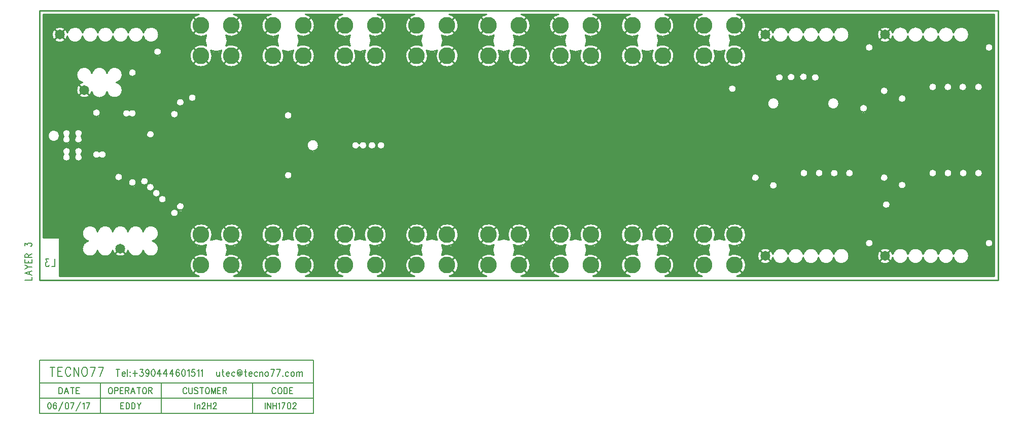
<source format=gbr>
%FSLAX35Y35*%
%MOIN*%
%SFA1.000B1.000*%

G04 Copyright (c) 2015-2018 in2H2 inc.
G04 System developed for in2H2 inc. by Intermotion Technology, Inc.
G04 
G04 Full system RTL, C sources and board design files available at https://github.com/nearist
G04 
G04 in2H2 inc. Team Members:
G04 - Chris McCormick - Algorithm Research and Design
G04 - Matt McCormick - Board Production, System Q/A
G04 
G04 Intermotion Technology Inc. Team Members:
G04 - Mick Fandrich - Project Lead
G04 - Dr. Ludovico Minati - Board Architecture and Design, FPGA Technology Advisor
G04 - Vardan Movsisyan - RTL Team Lead
G04 - Khachatur Gyozalyan - RTL Design
G04 - Tigran Papazyan - RTL Design
G04 - Taron Harutyunyan - RTL Design
G04 - Hayk Ghaltaghchyan - System Software
G04 
G04 Tecno77 S.r.l. Team Members:
G04 - Stefano Aldrigo, Board Layout Design
G04 
G04 We dedicate this project to the memory of Bruce McCormick, an AI pioneer
G04 and advocate, a good friend and father.
G04 
G04 These materials are provided free of charge: you can redistribute them and/or modify  
G04 them under the terms of the GNU General Public License as published by  
G04 the Free Software Foundation, version 3.
G04 
G04 These materials are distributed in the hope that they will be useful, but 
G04 WITHOUT ANY WARRANTY; without even the implied warranty of 
G04 MERCHANTABILITY or FITNESS FOR A PARTICULAR PURPOSE. See the GNU 
G04 General Public License for more details.
G04 In particular, this design should be treated as UNVERIFIED and UNCERTIFIED
G04 
G04 You should have received a copy of the GNU General Public License 
G04 along with this design. If not, see <http://www.gnu.org/licenses/>.

%FSLAX35Y35*%
%MOIN*%
%SFA1.000B1.000*%

%MIA0B0*%
%IPPOS*%
%ADD11C,0.00800*%
%ADD15C,0.06500*%
%ADD19C,0.11000*%
%ADD21C,0.00984*%
%ADD23C,0.02362*%
%ADD25C,0.00700*%
%ADD44C,0.01378*%
%LNlayer3.gbr*%
%LPD*%
G54D15*X113307Y261417D03*X153150Y120591D03*X129370Y224921D03*X576969Y261417D03*X655709D03*X576969Y115748D03*X655709D03*G54D19*X367874Y267480D03*Y247480D03*X347874Y267480D03*Y247480D03*X320630Y267480D03*Y247480D03*X300630Y267480D03*Y247480D03*X273386Y267480D03*Y247480D03*X253386Y267480D03*Y247480D03*X226142Y267480D03*Y247480D03*X206142Y267480D03*Y247480D03*X556850Y267480D03*Y247480D03*X536850Y267480D03*Y247480D03*X509606Y267480D03*Y247480D03*X489606Y267480D03*Y247480D03*X462362Y267480D03*Y247480D03*X442362Y267480D03*Y247480D03*X415118Y267480D03*Y247480D03*X395118Y267480D03*Y247480D03*X536850Y109685D03*Y129685D03*X556850Y109685D03*Y129685D03*X489606Y109685D03*Y129685D03*X509606Y109685D03*Y129685D03*X442362Y109685D03*Y129685D03*X462362Y109685D03*Y129685D03*X395118Y109685D03*Y129685D03*X415118Y109685D03*Y129685D03*X347874Y109685D03*Y129685D03*X367874Y109685D03*Y129685D03*X300630Y109685D03*Y129685D03*X320630Y109685D03*Y129685D03*X253386Y109685D03*Y129685D03*X273386Y109685D03*Y129685D03*X206142Y109685D03*Y129685D03*X226142Y109685D03*Y129685D03*G54D21*X144370Y223818D03*X134370D03*G54D23*X637402Y124213D03*X716142D03*X581299Y139961D03*X632480Y146752D03*X665945Y139961D03*X717126Y146752D03*X582233Y155855D03*X592343Y166555D03*X666929Y156102D03*X676969Y166535D03*X133465Y169051D03*X153150Y180315D03*X164961D03*X184646D03*X204331Y169051D03*X208268D03*X231890D03*X243701D03*X255512D03*X271260D03*X164961Y196850D03*X555709Y207087D03*X582382Y207776D03*X574409Y207874D03*X606004Y207776D03*X598130D03*X590256D03*X621752D03*X613878D03*X668898Y197047D03*X717126Y203839D03*X133465Y208114D03*X184646D03*X204331D03*X208268D03*X231890D03*X243701D03*X255512D03*X271260D03*X666879Y212942D03*X676988Y223642D03*X168898Y234449D03*X109646Y251575D03*X145079D03*X637402Y252953D03*X716142D03*G54D11*X109941Y113682D02*G01Y108760D01*X107895*X106020Y113682D02*G01X104145D01*X105168Y111807*X104657*X104316Y111572*X104145Y111338*X103975Y110635*Y110166*X104145Y109463*X104486Y108994*X104998Y108760*X105509*X106020Y108994*X106191Y109229*X106361Y109697*X140000Y32224D02*G01Y12224D01*X180000Y32224D02*G01Y12224D01*X240000Y32224D02*G01Y12224D01*X100000Y47224D02*G01X280000D01*Y12224*X100000*Y47224*Y32224D02*G01X280000D01*X100000Y22224D02*G01X280000D01*X108491Y42662D02*G01Y36624D01*X106900Y42662D02*G01X110082D01*X112127D02*G01Y36624D01*Y42662D02*G01X115082D01*X112127Y39787D02*G01X113945D01*X112127Y36624D02*G01X115082D01*X120536Y41224D02*G01X120309Y41799D01*X119855Y42374*X119400Y42662*X118491*X118036Y42374*X117582Y41799*X117355Y41224*X117127Y40362*Y38924*X117355Y38062*X117582Y37487*X118036Y36912*X118491Y36624*X119400*X119855Y36912*X120309Y37487*X120536Y38062*X122582Y42662D02*G01Y36624D01*Y42662D02*G01X125764Y36624D01*Y42662D02*G01Y36624D01*X129173Y42662D02*G01X128718Y42374D01*X128264Y41799*X128036Y41224*X127809Y40362*Y38924*X128036Y38062*X128264Y37487*X128718Y36912*X129173Y36624*X130082*X130536Y36912*X130991Y37487*X131218Y38062*X131445Y38924*Y40362*X131218Y41224*X130991Y41799*X130536Y42374*X130082Y42662*X129173*X136673D02*G01X134400Y36624D01*X133491Y42662D02*G01X136673D01*X141900D02*G01X139627Y36624D01*X138718Y42662D02*G01X141900D01*G54D21*X726673Y124213D02*G75*G03X726673Y124213I-2657D01*Y252953D02*G03X726673Y252953I-2657D01*X719783Y170276D02*G03X719783Y170276I-2657D01*Y226969D02*G03X719783Y226969I-2657D01*X709744Y170276D02*G03X709744Y170276I-2657D01*X709449Y226969D02*G03X709449Y226969I-2658D01*X699705Y170276D02*G03X699705Y170276I-2658D01*X699606Y226969D02*G03X699606Y226969I-2657D01*X689665Y170276D02*G03X689665Y170276I-2657D01*Y226969D02*G03X689665Y226969I-2657D01*X669536Y162402D02*G03X669536Y162402I-2657D01*Y219342D02*G03X669536Y219342I-2657D01*X659154Y149606D02*G03X659154Y149606I-2658D01*X657776Y167323D02*G03X657776Y167323I-2658D01*Y224409D02*G03X657776Y224409I-2658D01*X647933Y124213D02*G03X647933Y124213I-2657D01*X644193Y212992D02*G03X644193Y212992I-2658D01*X647933Y252953D02*G03X647933Y252953I-2657D01*X634941Y170276D02*G03X634941Y170276I-2658D01*X624902D02*G03X624902Y170276I-2658D01*X625474Y216142D02*G03X625474Y216142I-3820D01*X615000Y170335D02*G03X615000Y170335I-2657D01*X612500Y233268D02*G03X612500Y233268I-2657D01*X605020Y170276D02*G03X605020Y170276I-2658D01*X604626Y233661D02*G03X604626Y233661I-2657D01*X596555Y233465D02*G03X596555Y233465I-2657D01*X584891Y162255D02*G03X584891Y162255I-2658D01*X586104Y216142D02*G03X586104Y216142I-3820D01*X588878Y233268D02*G03X588878Y233268I-2658D01*X573130Y167323D02*G03X573130Y167323I-2658D01*X557972Y225787D02*G03X557972Y225787I-2657D01*X327067Y188583D02*G03X327067Y188583I-2658D01*X321161D02*G03X321161Y188583I-2657D01*X283436D02*G03X283436Y188583I-3820D01*X266043Y168898D02*G03X266043Y168898I-2657D01*Y208268D02*G03X266043Y208268I-2657D01*X203051Y219882D02*G03X203051Y219882I-2657D01*X191240Y144094D02*G03X191240Y144094I-2657D01*X195177Y148425D02*G03X195177Y148425I-2657D01*X191240Y209055D02*G03X191240Y209055I-2657D01*X195177Y216929D02*G03X195177Y216929I-2657D01*X183366Y153150D02*G03X183366Y153150I-2657D01*X179429Y157087D02*G03X179429Y157087I-2657D01*X175492Y161024D02*G03X175492Y161024I-2657D01*X171555Y164961D02*G03X171555Y164961I-2657D01*X175492Y195866D02*G03X175492Y195866I-2657D01*X180217Y250197D02*G03X180217Y250197I-2658D01*X163681Y164173D02*G03X163681Y164173I-2657D01*X154626Y167717D02*G03X154626Y167717I-2657D01*X163681Y236417D02*G03X163681Y236417I-2657D01*X140059Y210039D02*G03X140059Y210039I-2657D01*X113180Y194835D02*G03X113180Y194835I-3820D01*X727461Y274705D02*G01X558309D01*X564220Y267480D02*G03X558309Y274705I-7370J1D01*X553320Y261011D02*G03X564220Y267480I3530J6469D01*X554220Y257480D02*G03X553319Y261011I-7370D01*X553320Y253950D02*G03X554220Y257480I-6470J3530D01*X564220Y247480D02*G03X553320Y253950I-7370J0D01*X549480Y247480D02*G03X564220Y247480I7370D01*X550381Y251011D02*G03X549480Y247480I6469J-3531D01*X543320Y251011D02*G03X550381Y251011I3530J6469D01*X544220Y247480D02*G03X543319Y251011I-7370D01*X529480Y247480D02*G03X544220Y247480I7370D01*X540381Y253950D02*G03X529480Y247480I-3531J-6470D01*X539480Y257480D02*G03X540381Y253950I7370D01*Y261011D02*G03X539480Y257480I6469J-3531D01*X529480Y267480D02*G03X540381Y261011I7370J0D01*X535392Y274705D02*G03X529480Y267480I1458J-7225D01*X535392Y274705D02*G01X511065D01*X516976Y267480D02*G03X511065Y274705I-7370J1D01*X506076Y261011D02*G03X516976Y267480I3530J6469D01*X506976Y257480D02*G03X506075Y261011I-7370D01*X506076Y253950D02*G03X506976Y257480I-6470J3530D01*X516976Y247480D02*G03X506076Y253950I-7370J0D01*X502236Y247480D02*G03X516976Y247480I7370D01*X503137Y251011D02*G03X502236Y247480I6469J-3531D01*X496076Y251011D02*G03X503137Y251011I3530J6469D01*X496976Y247480D02*G03X496075Y251011I-7370D01*X482236Y247480D02*G03X496976Y247480I7370D01*X493137Y253950D02*G03X482236Y247480I-3531J-6470D01*X492236Y257480D02*G03X493137Y253950I7370D01*Y261011D02*G03X492236Y257480I6469J-3531D01*X482236Y267480D02*G03X493137Y261011I7370J0D01*X488148Y274705D02*G03X482236Y267480I1458J-7225D01*X488148Y274705D02*G01X463820D01*X469732Y267480D02*G03X463820Y274705I-7370J0D01*X458832Y261011D02*G03X469732Y267480I3530J6469D01*X459732Y257480D02*G03X458831Y261011I-7370D01*X458832Y253950D02*G03X459732Y257480I-6470J3530D01*X469732Y247480D02*G03X458832Y253950I-7370J0D01*X454992Y247480D02*G03X469732Y247480I7370D01*X455893Y251011D02*G03X454992Y247480I6469J-3531D01*X448832Y251011D02*G03X455893Y251011I3530J6469D01*X449732Y247480D02*G03X448831Y251011I-7370D01*X434992Y247480D02*G03X449732Y247480I7370D01*X445893Y253950D02*G03X434992Y247480I-3531J-6470D01*X444992Y257480D02*G03X445893Y253950I7370D01*Y261011D02*G03X444992Y257480I6469J-3531D01*X434992Y267480D02*G03X445893Y261011I7370J0D01*X440904Y274705D02*G03X434992Y267480I1458J-7225D01*X440904Y274705D02*G01X416576D01*X422488Y267480D02*G03X416576Y274705I-7370J0D01*X411588Y261011D02*G03X422488Y267480I3530J6469D01*X412488Y257480D02*G03X411587Y261011I-7370D01*X411588Y253950D02*G03X412488Y257480I-6470J3530D01*X422488Y247480D02*G03X411588Y253950I-7370J0D01*X407748Y247480D02*G03X422488Y247480I7370D01*X408649Y251011D02*G03X407748Y247480I6469J-3531D01*X401588Y251011D02*G03X408649Y251011I3530J6469D01*X402488Y247480D02*G03X401587Y251011I-7370D01*X387748Y247480D02*G03X402488Y247480I7370D01*X398649Y253950D02*G03X387748Y247480I-3531J-6470D01*X397748Y257480D02*G03X398649Y253950I7370D01*Y261011D02*G03X397748Y257480I6469J-3531D01*X387748Y267480D02*G03X398649Y261011I7370J0D01*X393660Y274705D02*G03X387748Y267480I1458J-7225D01*X393660Y274705D02*G01X369332D01*X375244Y267480D02*G03X369332Y274705I-7370J0D01*X364343Y261011D02*G03X375244Y267480I3531J6469D01*X365244Y257480D02*G03X364343Y261011I-7370D01*Y253950D02*G03X365243Y257480I-6469J3530D01*X375244Y247480D02*G03X364343Y253950I-7370J0D01*X360504Y247480D02*G03X375244Y247480I7370D01*X361405Y251011D02*G03X360504Y247480I6469J-3531D01*X354343Y251011D02*G03X361405Y251011I3531J6469D01*X355244Y247480D02*G03X354343Y251011I-7370D01*X340504Y247480D02*G03X355244Y247480I7370D01*X351405Y253950D02*G03X340504Y247480I-3531J-6470D01*X350504Y257480D02*G03X351405Y253950I7370D01*Y261011D02*G03X350504Y257480I6469J-3531D01*X340504Y267480D02*G03X351405Y261011I7370J0D01*X346416Y274705D02*G03X340504Y267480I1458J-7225D01*X346416Y274705D02*G01X322088D01*X328000Y267480D02*G03X322088Y274705I-7370J0D01*X317099Y261011D02*G03X328000Y267480I3531J6469D01*X318000Y257480D02*G03X317099Y261011I-7370D01*Y253950D02*G03X317999Y257480I-6469J3530D01*X328000Y247480D02*G03X317099Y253950I-7370J0D01*X313260Y247480D02*G03X328000Y247480I7370D01*X314161Y251011D02*G03X313260Y247480I6469J-3531D01*X307099Y251011D02*G03X314161Y251011I3531J6469D01*X308000Y247480D02*G03X307099Y251011I-7370D01*X293260Y247480D02*G03X308000Y247480I7370D01*X304161Y253950D02*G03X293260Y247480I-3531J-6470D01*X303260Y257480D02*G03X304161Y253950I7370D01*Y261011D02*G03X303260Y257480I6469J-3531D01*X293260Y267480D02*G03X304161Y261011I7370J0D01*X299172Y274705D02*G03X293260Y267480I1458J-7225D01*X299172Y274705D02*G01X274844D01*X280756Y267480D02*G03X274844Y274705I-7370J0D01*X269855Y261011D02*G03X280756Y267480I3531J6469D01*X270756Y257480D02*G03X269855Y261011I-7370D01*Y253950D02*G03X270755Y257480I-6469J3530D01*X280756Y247480D02*G03X269855Y253950I-7370J0D01*X266016Y247480D02*G03X280756Y247480I7370D01*X266916Y251011D02*G03X266015Y247480I6470J-3531D01*X259855Y251011D02*G03X266916Y251011I3531J6469D01*X260756Y247480D02*G03X259855Y251011I-7370D01*X246016Y247480D02*G03X260756Y247480I7370D01*X256916Y253950D02*G03X246016Y247480I-3530J-6470D01*X256016Y257480D02*G03X256916Y253950I7370D01*Y261011D02*G03X256015Y257480I6470J-3531D01*X246016Y267480D02*G03X256916Y261011I7370J0D01*X251928Y274705D02*G03X246016Y267480I1458J-7225D01*X251928Y274705D02*G01X227600D01*X233512Y267480D02*G03X227600Y274705I-7370J0D01*X222611Y261011D02*G03X233512Y267480I3531J6469D01*X223512Y257480D02*G03X222611Y261011I-7370D01*Y253950D02*G03X223511Y257480I-6469J3530D01*X233512Y247480D02*G03X222611Y253950I-7370J0D01*X218772Y247480D02*G03X233512Y247480I7370D01*X219672Y251011D02*G03X218771Y247480I6470J-3531D01*X212611Y251011D02*G03X219672Y251011I3531J6469D01*X213512Y247480D02*G03X212611Y251011I-7370D01*X198772Y247480D02*G03X213512Y247480I7370D01*X209672Y253950D02*G03X198772Y247480I-3530J-6470D01*X208772Y257480D02*G03X209672Y253950I7370D01*Y261011D02*G03X208771Y257480I6470J-3531D01*X198772Y267480D02*G03X209672Y261011I7370J0D01*X204683Y274705D02*G03X198772Y267480I1459J-7224D01*X204683Y274705D02*G01X102463D01*Y127953*X112402*X112894Y127461D02*G03X112402Y127953I-492D01*X112894Y127461D02*G01Y102461D01*X204683*X198772Y109685D02*G03X204683Y102461I7370J0D01*X209672Y116154D02*G03X198772Y109685I-3530J-6469D01*X208772Y119685D02*G03X209673Y116154I7370D01*X209672Y123216D02*G03X208771Y119685I6470J-3531D01*X198772Y129685D02*G03X209672Y123216I7370J0D01*X213512Y129685D02*G03X198772Y129685I-7370D01*X212611Y126154D02*G03X213512Y129685I-6469J3531D01*X219672Y126154D02*G03X212611Y126154I-3530J-6469D01*X218772Y129685D02*G03X219673Y126154I7370D01*X233512Y129685D02*G03X218772Y129685I-7370D01*X222611Y123216D02*G03X233512Y129685I3531J6469D01*X223512Y119685D02*G03X222611Y123216I-7370D01*Y116154D02*G03X223512Y119685I-6469J3531D01*X233512Y109685D02*G03X222611Y116154I-7370J0D01*X227600Y102461D02*G03X233512Y109685I-1458J7224D01*X227600Y102461D02*G01X251928D01*X246016Y109685D02*G03X251928Y102461I7370J0D01*X256916Y116154D02*G03X246016Y109685I-3530J-6469D01*X256016Y119685D02*G03X256917Y116154I7370D01*X256916Y123216D02*G03X256015Y119685I6470J-3531D01*X246016Y129685D02*G03X256916Y123216I7370J0D01*X260756Y129685D02*G03X246016Y129685I-7370D01*X259855Y126154D02*G03X260756Y129685I-6469J3531D01*X266916Y126154D02*G03X259855Y126154I-3530J-6469D01*X266016Y129685D02*G03X266917Y126154I7370D01*X280756Y129685D02*G03X266016Y129685I-7370D01*X269855Y123216D02*G03X280756Y129685I3531J6469D01*X270756Y119685D02*G03X269855Y123216I-7370D01*Y116154D02*G03X270756Y119685I-6469J3531D01*X280756Y109685D02*G03X269855Y116154I-7370J0D01*X274844Y102461D02*G03X280756Y109685I-1458J7224D01*X274844Y102461D02*G01X299172D01*X293260Y109685D02*G03X299172Y102461I7370J0D01*X304161Y116154D02*G03X293260Y109685I-3531J-6469D01*X303260Y119685D02*G03X304161Y116154I7370D01*Y123216D02*G03X303260Y119685I6469J-3531D01*X293260Y129685D02*G03X304161Y123216I7370J0D01*X308000Y129685D02*G03X293260Y129685I-7370D01*X307099Y126154D02*G03X308000Y129685I-6469J3531D01*X314161Y126154D02*G03X307099Y126154I-3531J-6469D01*X313260Y129685D02*G03X314161Y126154I7370D01*X328000Y129685D02*G03X313260Y129685I-7370D01*X317099Y123216D02*G03X328000Y129685I3531J6469D01*X318000Y119685D02*G03X317099Y123216I-7370D01*Y116154D02*G03X318000Y119685I-6469J3531D01*X328000Y109685D02*G03X317099Y116154I-7370J0D01*X322088Y102461D02*G03X328000Y109685I-1458J7224D01*X322088Y102461D02*G01X346416D01*X340504Y109685D02*G03X346416Y102461I7370J0D01*X351405Y116154D02*G03X340504Y109685I-3531J-6469D01*X350504Y119685D02*G03X351405Y116154I7370D01*Y123216D02*G03X350504Y119685I6469J-3531D01*X340504Y129685D02*G03X351405Y123216I7370J0D01*X355244Y129685D02*G03X340504Y129685I-7370D01*X354343Y126154D02*G03X355244Y129685I-6469J3531D01*X361405Y126154D02*G03X354343Y126154I-3531J-6469D01*X360504Y129685D02*G03X361405Y126154I7370D01*X375244Y129685D02*G03X360504Y129685I-7370D01*X364343Y123216D02*G03X375244Y129685I3531J6469D01*X365244Y119685D02*G03X364343Y123216I-7370D01*Y116154D02*G03X365244Y119685I-6469J3531D01*X375244Y109685D02*G03X364343Y116154I-7370J0D01*X369332Y102461D02*G03X375244Y109685I-1458J7224D01*X369332Y102461D02*G01X393660D01*X387748Y109685D02*G03X393660Y102461I7370J0D01*X398649Y116154D02*G03X387748Y109685I-3531J-6469D01*X397748Y119685D02*G03X398649Y116154I7370D01*Y123216D02*G03X397748Y119685I6469J-3531D01*X387748Y129685D02*G03X398649Y123216I7370J0D01*X402488Y129685D02*G03X387748Y129685I-7370D01*X401588Y126154D02*G03X402489Y129685I-6470J3531D01*X408649Y126154D02*G03X401588Y126154I-3531J-6469D01*X407748Y129685D02*G03X408649Y126154I7370D01*X422488Y129685D02*G03X407748Y129685I-7370D01*X411588Y123216D02*G03X422488Y129685I3530J6469D01*X412488Y119685D02*G03X411587Y123216I-7370D01*X411588Y116154D02*G03X412489Y119685I-6470J3531D01*X422488Y109685D02*G03X411588Y116154I-7370J0D01*X416576Y102461D02*G03X422488Y109685I-1458J7224D01*X416576Y102461D02*G01X440904D01*X434992Y109685D02*G03X440904Y102461I7370J0D01*X445893Y116154D02*G03X434992Y109685I-3531J-6469D01*X444992Y119685D02*G03X445893Y116154I7370D01*Y123216D02*G03X444992Y119685I6469J-3531D01*X434992Y129685D02*G03X445893Y123216I7370J0D01*X449732Y129685D02*G03X434992Y129685I-7370D01*X448832Y126154D02*G03X449733Y129685I-6470J3531D01*X455893Y126154D02*G03X448832Y126154I-3531J-6469D01*X454992Y129685D02*G03X455893Y126154I7370D01*X469732Y129685D02*G03X454992Y129685I-7370D01*X458832Y123216D02*G03X469732Y129685I3530J6469D01*X459732Y119685D02*G03X458831Y123216I-7370D01*X458832Y116154D02*G03X459733Y119685I-6470J3531D01*X469732Y109685D02*G03X458832Y116154I-7370J0D01*X463820Y102461D02*G03X469732Y109685I-1458J7224D01*X463820Y102461D02*G01X488148D01*X482236Y109685D02*G03X488148Y102461I7370J0D01*X493137Y116154D02*G03X482236Y109685I-3531J-6469D01*X492236Y119685D02*G03X493137Y116154I7370D01*Y123216D02*G03X492236Y119685I6469J-3531D01*X482236Y129685D02*G03X493137Y123216I7370J0D01*X496976Y129685D02*G03X482236Y129685I-7370D01*X496076Y126154D02*G03X496977Y129685I-6470J3531D01*X503137Y126154D02*G03X496076Y126154I-3531J-6469D01*X502236Y129685D02*G03X503137Y126154I7370D01*X516976Y129685D02*G03X502236Y129685I-7370D01*X506076Y123216D02*G03X516976Y129685I3530J6469D01*X506976Y119685D02*G03X506075Y123216I-7370D01*X506076Y116154D02*G03X506977Y119685I-6470J3531D01*X516976Y109685D02*G03X506076Y116154I-7370J0D01*X511065Y102461D02*G03X516976Y109685I-1459J7224D01*X511065Y102461D02*G01X535392D01*X529480Y109685D02*G03X535392Y102461I7370J0D01*X540381Y116154D02*G03X529480Y109685I-3531J-6469D01*X539480Y119685D02*G03X540381Y116154I7370D01*Y123216D02*G03X539480Y119685I6469J-3531D01*X529480Y129685D02*G03X540381Y123216I7370J0D01*X544220Y129685D02*G03X529480Y129685I-7370D01*X543320Y126154D02*G03X544221Y129685I-6470J3531D01*X550381Y126154D02*G03X543320Y126154I-3531J-6469D01*X549480Y129685D02*G03X550381Y126154I7370D01*X564220Y129685D02*G03X549480Y129685I-7370D01*X553320Y123216D02*G03X564220Y129685I3530J6469D01*X554220Y119685D02*G03X553319Y123216I-7370D01*X553320Y116154D02*G03X554221Y119685I-6470J3531D01*X564220Y109685D02*G03X553320Y116154I-7370J0D01*X558309Y102461D02*G03X564220Y109685I-1459J7224D01*X558309Y102461D02*G01X727461D01*Y274705*X726673Y124213D02*G03X726673Y124213I-2657D01*Y252953D02*G03X726673Y252953I-2657D01*X719783Y170276D02*G03X719783Y170276I-2657D01*Y226969D02*G03X719783Y226969I-2657D01*X700709Y114646D02*G03X710829Y115748I5000J1102D01*X690709Y114646D02*G03X700709Y114646I5000J1102D01*X680709D02*G03X690709Y114646I5000J1102D01*X670709D02*G03X680709Y114646I5000J1102D01*X660709D02*G03X670709Y114646I5000J1102D01*X650589Y115748D02*G03X660709Y114646I5120D01*Y116850D02*G03X650589Y115748I-5000J-1102D01*X670709Y116850D02*G03X660709Y116850I-5000J-1102D01*X680709D02*G03X670709Y116850I-5000J-1102D01*X690709D02*G03X680709Y116850I-5000J-1102D01*X700709D02*G03X690709Y116850I-5000J-1102D01*X710829Y115748D02*G03X700709Y116850I-5120D01*X709744Y170276D02*G03X709744Y170276I-2657D01*X709449Y226969D02*G03X709449Y226969I-2658D01*X699705Y170276D02*G03X699705Y170276I-2658D01*X699606Y226969D02*G03X699606Y226969I-2657D01*X689665Y170276D02*G03X689665Y170276I-2657D01*Y226969D02*G03X689665Y226969I-2657D01*X669536Y162402D02*G03X669536Y162402I-2657D01*Y219342D02*G03X669536Y219342I-2657D01*X659154Y149606D02*G03X659154Y149606I-2658D01*X657776Y167323D02*G03X657776Y167323I-2658D01*Y224409D02*G03X657776Y224409I-2658D01*X700709Y260315D02*G03X710829Y261417I5000J1102D01*X690709Y260315D02*G03X700709Y260315I5000J1102D01*X680709D02*G03X690709Y260315I5000J1102D01*X670709D02*G03X680709Y260315I5000J1102D01*X660709D02*G03X670709Y260315I5000J1102D01*X650589Y261417D02*G03X660709Y260315I5120D01*Y262520D02*G03X650589Y261417I-5000J-1103D01*X670709Y262520D02*G03X660709Y262520I-5000J-1103D01*X680709D02*G03X670709Y262520I-5000J-1103D01*X690709D02*G03X680709Y262520I-5000J-1103D01*X700709D02*G03X690709Y262520I-5000J-1103D01*X710829Y261417D02*G03X700709Y262520I-5120J0D01*X647933Y124213D02*G03X647933Y124213I-2657D01*X644193Y212992D02*G03X644193Y212992I-2658D01*X647933Y252953D02*G03X647933Y252953I-2657D01*X621969Y114646D02*G03X632089Y115748I5000J1102D01*X611969Y114646D02*G03X621969Y114646I5000J1102D01*X601969D02*G03X611969Y114646I5000J1102D01*X591969D02*G03X601969Y114646I5000J1102D01*X581969D02*G03X591969Y114646I5000J1102D01*X571848Y115748D02*G03X581969Y114646I5120J0D01*Y116850D02*G03X571848Y115748I-5000J-1102D01*X591969Y116850D02*G03X581969Y116850I-5000J-1102D01*X601969D02*G03X591969Y116850I-5000J-1102D01*X611969D02*G03X601969Y116850I-5000J-1102D01*X621969D02*G03X611969Y116850I-5000J-1102D01*X632089Y115748D02*G03X621969Y116850I-5120D01*X634941Y170276D02*G03X634941Y170276I-2658D01*X624902D02*G03X624902Y170276I-2658D01*X625474Y216142D02*G03X625474Y216142I-3820D01*X615000Y170335D02*G03X615000Y170335I-2657D01*X612500Y233268D02*G03X612500Y233268I-2657D01*X605020Y170276D02*G03X605020Y170276I-2658D01*X604626Y233661D02*G03X604626Y233661I-2657D01*X596555Y233465D02*G03X596555Y233465I-2657D01*X584891Y162255D02*G03X584891Y162255I-2658D01*X586104Y216142D02*G03X586104Y216142I-3820D01*X588878Y233268D02*G03X588878Y233268I-2658D01*X573130Y167323D02*G03X573130Y167323I-2658D01*X621969Y260315D02*G03X632089Y261417I5000J1102D01*X611969Y260315D02*G03X621969Y260315I5000J1102D01*X601969D02*G03X611969Y260315I5000J1102D01*X591969D02*G03X601969Y260315I5000J1102D01*X581969D02*G03X591969Y260315I5000J1102D01*X571848Y261417D02*G03X581969Y260315I5120J0D01*Y262520D02*G03X571848Y261417I-5000J-1103D01*X591969Y262520D02*G03X581969Y262520I-5000J-1103D01*X601969D02*G03X591969Y262520I-5000J-1103D01*X611969D02*G03X601969Y262520I-5000J-1103D01*X621969D02*G03X611969Y262520I-5000J-1103D01*X632089Y261417D02*G03X621969Y262520I-5120J0D01*X557972Y225787D02*G03X557972Y225787I-2657D01*X327067Y188583D02*G03X327067Y188583I-2658D01*X321161D02*G03X321161Y188583I-2657D01*X310138Y187579D02*G03X315256Y188583I2460J1004D01*X305020D02*G03X310138Y187579I2657J0D01*Y189586D02*G03X305020Y188583I-2461J-1003D01*X315256D02*G03X310138Y189586I-2657J0D01*X283436Y188583D02*G03X283436Y188583I-3820D01*X266043Y168898D02*G03X266043Y168898I-2657D01*Y208268D02*G03X266043Y208268I-2657D01*X203051Y219882D02*G03X203051Y219882I-2657D01*X191240Y144094D02*G03X191240Y144094I-2657D01*X195177Y148425D02*G03X195177Y148425I-2657D01*X191240Y209055D02*G03X191240Y209055I-2657D01*X195177Y216929D02*G03X195177Y216929I-2657D01*X174252Y125591D02*G03X178270Y130591I-1102J5000D01*Y120591D02*G03X174252Y125591I-5120D01*X168150Y119488D02*G03X178270Y120591I5000J1103D01*X158150Y119488D02*G03X168150Y119488I5000J1103D01*X148150D02*G03X158150Y119488I5000J1103D01*X138150D02*G03X148150Y119488I5000J1103D01*X128030Y120591D02*G03X138150Y119488I5120J0D01*X132047Y125591D02*G03X128030Y120591I1103J-5000D01*Y130591D02*G03X132047Y125591I5120J0D01*X138150Y131693D02*G03X128030Y130591I-5000J-1102D01*X148150Y131693D02*G03X138150Y131693I-5000J-1102D01*X158150D02*G03X148150Y131693I-5000J-1102D01*X168150D02*G03X158150Y131693I-5000J-1102D01*X178270Y130591D02*G03X168150Y131693I-5120D01*X183366Y153150D02*G03X183366Y153150I-2657D01*X179429Y157087D02*G03X179429Y157087I-2657D01*X175492Y161024D02*G03X175492Y161024I-2657D01*X171555Y164961D02*G03X171555Y164961I-2657D01*X175492Y195866D02*G03X175492Y195866I-2657D01*X180217Y250197D02*G03X180217Y250197I-2658D01*X163681Y164173D02*G03X163681Y164173I-2657D01*X154626Y167717D02*G03X154626Y167717I-2657D01*X159055Y207860D02*G03X163681Y209646I1968J1786D01*X154429D02*G03X159055Y207860I2658J0D01*Y211431D02*G03X154429Y209646I-1969J-1785D01*X163681D02*G03X159055Y211431I-2657J0D01*X163681Y236417D02*G03X163681Y236417I-2657D01*X139370Y180695D02*G03X143996Y182480I1969J1785D01*X134744D02*G03X139370Y180695I2657J0D01*Y184266D02*G03X134744Y182480I-1968J-1786D01*X143996D02*G03X139370Y184266I-2658J0D01*X140059Y210039D02*G03X140059Y210039I-2657D01*X127376Y182677D02*G03X128249Y184646I-1785J1969D01*X128248Y180709D02*G03X127376Y182677I-2657D01*X122933Y180709D02*G03X128249Y180709I2658D01*X123805Y182677D02*G03X122933Y180709I1786J-1968D01*Y184646D02*G03X123805Y182677I2658D01*X128248Y184646D02*G03X122934Y184646I-2657D01*X127376Y194488D02*G03X128249Y196457I-1785J1969D01*X128248Y192520D02*G03X127376Y194488I-2657D01*X122933Y192520D02*G03X128249Y192520I2658D01*X123805Y194488D02*G03X122933Y192520I1786J-1968D01*Y196457D02*G03X123805Y194488I2658D01*X128248Y196457D02*G03X122934Y196457I-2657D01*X150473Y229921D02*G03X154490Y234921I-1103J5000D01*Y224921D02*G03X150473Y229921I-5120J0D01*X144370Y223819D02*G03X154490Y224921I5000J1102D01*X134370Y223819D02*G03X144370Y223819I5000J1102D01*X124250Y224921D02*G03X134370Y223819I5120D01*X128268Y229921D02*G03X124250Y224921I1102J-5000D01*Y234921D02*G03X128268Y229921I5120D01*X134370Y236024D02*G03X124250Y234921I-5000J-1103D01*X144370Y236024D02*G03X134370Y236024I-5000J-1103D01*X154490Y234921D02*G03X144370Y236024I-5120J0D01*X119502Y182677D02*G03X120375Y184646I-1785J1969D01*X120374Y180709D02*G03X119502Y182677I-2657D01*X115059Y180709D02*G03X120375Y180709I2658D01*X115931Y182677D02*G03X115059Y180709I1786J-1968D01*Y184646D02*G03X115931Y182677I2658D01*X120374Y184646D02*G03X115060Y184646I-2657D01*X119502Y194488D02*G03X120375Y196457I-1785J1969D01*X120374Y192520D02*G03X119502Y194488I-2657D01*X115059Y192520D02*G03X120375Y192520I2658D01*X115931Y194488D02*G03X115059Y192520I1786J-1968D01*Y196457D02*G03X115931Y194488I2658D01*X120374Y196457D02*G03X115060Y196457I-2657D01*X113180Y194835D02*G03X113180Y194835I-3820D01*X168307Y260315D02*G03X178427Y261417I5000J1102D01*X158307Y260315D02*G03X168307Y260315I5000J1102D01*X148307D02*G03X158307Y260315I5000J1102D01*X138307D02*G03X148307Y260315I5000J1102D01*X128307D02*G03X138307Y260315I5000J1102D01*X118307D02*G03X128307Y260315I5000J1102D01*X108187Y261417D02*G03X118307Y260315I5120D01*Y262520D02*G03X108187Y261417I-5000J-1103D01*X128307Y262520D02*G03X118307Y262520I-5000J-1103D01*X138307D02*G03X128307Y262520I-5000J-1103D01*X148307D02*G03X138307Y262520I-5000J-1103D01*X158307D02*G03X148307Y262520I-5000J-1103D01*X168307D02*G03X158307Y262520I-5000J-1103D01*X178427Y261417D02*G03X168307Y262520I-5120J0D01*X559621Y274310D02*G01X727461D01*X561208Y273424D02*G01X727461D01*X562211Y272538D02*G01X727461D01*X562926Y271652D02*G01X727461D01*X563447Y270766D02*G01X727461D01*X563819Y269881D02*G01X727461D01*X564063Y268995D02*G01X727461D01*X564194Y268109D02*G01X727461D01*X564216Y267223D02*G01X727461D01*X707126Y266337D02*G01X727461D01*X708862Y265451D02*G01X727461D01*X709746Y264566D02*G01X727461D01*X710302Y263680D02*G01X727461D01*X710640Y262794D02*G01X727461D01*X710805Y261908D02*G01X727461D01*X710814Y261022D02*G01X727461D01*X710666Y260137D02*G01X727461D01*X710348Y259251D02*G01X727461D01*X709819Y258365D02*G01X727461D01*X708981Y257479D02*G01X727461D01*X707424Y256593D02*G01X727461D01*X554004Y255707D02*G01X727461D01*X725905Y254822D02*G01X727461D01*X726485Y253936D02*G01X727461D01*X726671Y253050D02*G01X727461D01*X726554Y252164D02*G01X727461D01*X726079Y251278D02*G01X727461D01*X724728Y250392D02*G01X727461D01*X563936Y249507D02*G01X727461D01*X564132Y248621D02*G01X727461D01*X564216Y247735D02*G01X727461D01*X564193Y246849D02*G01X727461D01*X564063Y245963D02*G01X727461D01*X563818Y245077D02*G01X727461D01*X563446Y244192D02*G01X727461D01*X562924Y243306D02*G01X727461D01*X562209Y242420D02*G01X727461D01*X561205Y241534D02*G01X727461D01*X559615Y240648D02*G01X727461D01*X151037Y239762D02*G01X727461D01*X162031Y238877D02*G01X727461D01*X163165Y237991D02*G01X727461D01*X163591Y237105D02*G01X727461D01*X602690Y236219D02*G01X727461D01*X611514Y235333D02*G01X727461D01*X612224Y234448D02*G01X727461D01*X612484Y233562D02*G01X727461D01*X612433Y232676D02*G01X727461D01*X612051Y231790D02*G01X727461D01*X611058Y230904D02*G01X727461D01*X150846Y230018D02*G01X727461D01*X718668Y229133D02*G01X727461D01*X719456Y228247D02*G01X727461D01*X719754Y227361D02*G01X727461D01*X719737Y226475D02*G01X727461D01*X719398Y225589D02*G01X727461D01*X718516Y224703D02*G01X727461D01*X657709Y223818D02*G01X727461D01*X657327Y222932D02*G01X727461D01*X656333Y222046D02*G01X727461D01*X668817Y221160D02*G01X727461D01*X669367Y220274D02*G01X727461D01*X669536Y219388D02*G01X727461D01*X669400Y218503D02*G01X727461D01*X668900Y217617D02*G01X727461D01*X667375Y216731D02*G01X727461D01*X625463Y215845D02*G01X727461D01*X643322Y214959D02*G01X727461D01*X643963Y214074D02*G01X727461D01*X644186Y213188D02*G01X727461D01*X644102Y212302D02*G01X727461D01*X643675Y211416D02*G01X727461D01*X642536Y210530D02*G01X727461D01*X265659Y209644D02*G01X727461D01*X265998Y208759D02*G01X727461D01*X266014Y207873D02*G01X727461D01*X265714Y206987D02*G01X727461D01*X264925Y206101D02*G01X727461D01*X102463Y205215D02*G01X727461D01*X102463Y204329D02*G01X727461D01*X102463Y203444D02*G01X727461D01*X102463Y202558D02*G01X727461D01*X102463Y201672D02*G01X727461D01*X102463Y200786D02*G01X727461D01*X102463Y199900D02*G01X727461D01*X126312Y199014D02*G01X727461D01*X174229Y198129D02*G01X727461D01*X175108Y197243D02*G01X727461D01*X175446Y196357D02*G01X727461D01*X175463Y195471D02*G01X727461D01*X175163Y194585D02*G01X727461D01*X174373Y193699D02*G01X727461D01*X128232Y192814D02*G01X727461D01*X281461Y191928D02*G01X727461D01*X325416Y191042D02*G01X727461D01*X326551Y190156D02*G01X727461D01*X326976Y189270D02*G01X727461D01*X327060Y188385D02*G01X727461D01*X326836Y187499D02*G01X727461D01*X326193Y186613D02*G01X727461D01*X282154Y185727D02*G01X727461D01*X280387Y184841D02*G01X727461D01*X143549Y183955D02*G01X727461D01*X143930Y183070D02*G01X727461D01*X143979Y182184D02*G01X727461D01*X143719Y181298D02*G01X727461D01*X143007Y180412D02*G01X727461D01*X127971Y179526D02*G01X727461D01*X127259Y178640D02*G01X727461D01*X102463Y177755D02*G01X727461D01*X102463Y176869D02*G01X727461D01*X102463Y175983D02*G01X727461D01*X102463Y175097D02*G01X727461D01*X102463Y174211D02*G01X727461D01*X102463Y173325D02*G01X727461D01*X718668Y172440D02*G01X727461D01*X719456Y171554D02*G01X727461D01*X719754Y170668D02*G01X727461D01*X719737Y169782D02*G01X727461D01*X719398Y168896D02*G01X727461D01*X718516Y168011D02*G01X727461D01*X657768Y167125D02*G01X727461D01*X657544Y166239D02*G01X727461D01*X656902Y165353D02*G01X727461D01*X668551Y164467D02*G01X727461D01*X669260Y163581D02*G01X727461D01*X669520Y162696D02*G01X727461D01*X669469Y161810D02*G01X727461D01*X669088Y160924D02*G01X727461D01*X668094Y160038D02*G01X727461D01*X178444Y159152D02*G01X727461D01*X179153Y158266D02*G01X727461D01*X179413Y157381D02*G01X727461D01*X179362Y156495D02*G01X727461D01*X181716Y155609D02*G01X727461D01*X182850Y154723D02*G01X727461D01*X183276Y153837D02*G01X727461D01*X183359Y152951D02*G01X727461D01*X657503Y152066D02*G01X727461D01*X658638Y151180D02*G01X727461D01*X659063Y150294D02*G01X727461D01*X659146Y149408D02*G01X727461D01*X658922Y148522D02*G01X727461D01*X658280Y147637D02*G01X727461D01*X194583Y146751D02*G01X727461D01*X193232Y145865D02*G01X727461D01*X191089Y144979D02*G01X727461D01*X191240Y144093D02*G01X727461D01*X191088Y143207D02*G01X727461D01*X190562Y142322D02*G01X727461D01*X102463Y141436D02*G01X727461D01*X102463Y140550D02*G01X727461D01*X102463Y139664D02*G01X727461D01*X102463Y138778D02*G01X727461D01*X102463Y137892D02*G01X727461D01*X557695Y137007D02*G01X727461D01*X560442Y136121D02*G01X727461D01*X561700Y135235D02*G01X727461D01*X562557Y134349D02*G01X727461D01*X563178Y133463D02*G01X727461D01*X563629Y132577D02*G01X727461D01*X563942Y131692D02*G01X727461D01*X564135Y130806D02*G01X727461D01*X564217Y129920D02*G01X727461D01*X564192Y129034D02*G01X727461D01*X564059Y128148D02*G01X727461D01*X563811Y127262D02*G01X727461D01*X725558Y126377D02*G01X727461D01*X726346Y125491D02*G01X727461D01*X726644Y124605D02*G01X727461D01*X726627Y123719D02*G01X727461D01*X726287Y122833D02*G01X727461D01*X725406Y121948D02*G01X727461D01*X554091Y121062D02*G01X727461D01*X708280Y120176D02*G01X727461D01*X709406Y119290D02*G01X727461D01*X710086Y118404D02*G01X727461D01*X710513Y117518D02*G01X727461D01*X710752Y116633D02*G01X727461D01*X710829Y115747D02*G01X727461D01*X710751Y114861D02*G01X727461D01*X710512Y113975D02*G01X727461D01*X710084Y113089D02*G01X727461D01*X709403Y112203D02*G01X727461D01*X708275Y111318D02*G01X727461D01*X564183Y110432D02*G01X727461D01*X564219Y109546D02*G01X727461D01*X564149Y108660D02*G01X727461D01*X563969Y107774D02*G01X727461D01*X563669Y106888D02*G01X727461D01*X563235Y106003D02*G01X727461D01*X562634Y105117D02*G01X727461D01*X561807Y104231D02*G01X727461D01*X560609Y103345D02*G01X727461D01*X645988Y250392D02*G01X723304D01*X646665Y121948D02*G01X722626D01*X646818Y126377D02*G01X722473D01*X647165Y254822D02*G01X722126D01*X647339Y251278D02*G01X721952D01*X647547Y122833D02*G01X721744D01*X647605Y125491D02*G01X721686D01*X647745Y253936D02*G01X721547D01*X647813Y252164D02*G01X721478D01*X647887Y123719D02*G01X721404D01*X647904Y124605D02*G01X721387D01*X647931Y253050D02*G01X721360D01*X708181Y224703D02*G01X715736D01*X708476Y168011D02*G01X715736D01*X708334Y229133D02*G01X715584D01*X708629Y172440D02*G01X715584D01*X709063Y225589D02*G01X714854D01*X709358Y168896D02*G01X714854D01*X709121Y228247D02*G01X714796D01*X709417Y171554D02*G01X714796D01*X709403Y226475D02*G01X714515D01*X709698Y169782D02*G01X714515D01*X709420Y227361D02*G01X714498D01*X709715Y170668D02*G01X714498D01*X698437Y168011D02*G01X705697D01*X698590Y172440D02*G01X705544D01*X698339Y224703D02*G01X705401D01*X698491Y229133D02*G01X705249D01*X699319Y168896D02*G01X704815D01*X699377Y171554D02*G01X704757D01*X699220Y225589D02*G01X704520D01*X699659Y169782D02*G01X704475D01*X699279Y228247D02*G01X704461D01*X699676Y170668D02*G01X704458D01*X697126Y266337D02*G01X704291D01*X699560Y226475D02*G01X704180D01*X699577Y227361D02*G01X704163D01*X697424Y256593D02*G01X703993D01*X698275Y111318D02*G01X703142D01*X698280Y120176D02*G01X703138D01*X698862Y265451D02*G01X702556D01*X698981Y257479D02*G01X702437D01*X699403Y112203D02*G01X702014D01*X699406Y119290D02*G01X702011D01*X699746Y264566D02*G01X701671D01*X699819Y258365D02*G01X701598D01*X700084Y113089D02*G01X701333D01*X700086Y118404D02*G01X701331D01*X700302Y263680D02*G01X701116D01*X700348Y259251D02*G01X701070D01*X700512Y113975D02*G01X700905D01*X700513Y117518D02*G01X700904D01*X700640Y262794D02*G01X700777D01*X700666Y260137D02*G01X700751D01*X688398Y168011D02*G01X695657D01*X688398Y224703D02*G01X695559D01*X688550Y172440D02*G01X695505D01*X688550Y229133D02*G01X695406D01*X689279Y168896D02*G01X694776D01*X689338Y171554D02*G01X694717D01*X689279Y225589D02*G01X694677D01*X689338Y228247D02*G01X694619D01*X689619Y169782D02*G01X694436D01*X689636Y170668D02*G01X694419D01*X689619Y226475D02*G01X694338D01*X689636Y227361D02*G01X694320D01*X687126Y266337D02*G01X694291D01*X687424Y256593D02*G01X693993D01*X688275Y111318D02*G01X693142D01*X688280Y120176D02*G01X693138D01*X688862Y265451D02*G01X692556D01*X688981Y257479D02*G01X692437D01*X689403Y112203D02*G01X692014D01*X689406Y119290D02*G01X692011D01*X689746Y264566D02*G01X691671D01*X689819Y258365D02*G01X691598D01*X690084Y113089D02*G01X691333D01*X690086Y118404D02*G01X691331D01*X690302Y263680D02*G01X691116D01*X690348Y259251D02*G01X691070D01*X690512Y113975D02*G01X690905D01*X690513Y117518D02*G01X690904D01*X690640Y262794D02*G01X690777D01*X690666Y260137D02*G01X690751D01*X657759Y224703D02*G01X685618D01*X657685Y168011D02*G01X685618D01*X152282Y229133D02*G01X685465D01*X633826Y172440D02*G01X685465D01*X657499Y225589D02*G01X684736D01*X657260Y168896D02*G01X684736D01*X556322Y228247D02*G01X684678D01*X634613Y171554D02*G01X684678D01*X656790Y226475D02*G01X684397D01*X656125Y169782D02*G01X684397D01*X557457Y227361D02*G01X684380D01*X634912Y170668D02*G01X684380D01*X677126Y266337D02*G01X684291D01*X677424Y256593D02*G01X683993D01*X678275Y111318D02*G01X683142D01*X678280Y120176D02*G01X683138D01*X678862Y265451D02*G01X682556D01*X678981Y257479D02*G01X682437D01*X679403Y112203D02*G01X682014D01*X679406Y119290D02*G01X682011D01*X679746Y264566D02*G01X681671D01*X679819Y258365D02*G01X681598D01*X680084Y113089D02*G01X681333D01*X680086Y118404D02*G01X681331D01*X680302Y263680D02*G01X681116D01*X680348Y259251D02*G01X681070D01*X680512Y113975D02*G01X680905D01*X680513Y117518D02*G01X680904D01*X680640Y262794D02*G01X680777D01*X680666Y260137D02*G01X680751D01*X667126Y266337D02*G01X674291D01*X667424Y256593D02*G01X673993D01*X668275Y111318D02*G01X673142D01*X668280Y120176D02*G01X673138D01*X668862Y265451D02*G01X672556D01*X668981Y257479D02*G01X672437D01*X669403Y112203D02*G01X672014D01*X669406Y119290D02*G01X672011D01*X669746Y264566D02*G01X671671D01*X669819Y258365D02*G01X671598D01*X670084Y113089D02*G01X671333D01*X670086Y118404D02*G01X671331D01*X670302Y263680D02*G01X671116D01*X670348Y259251D02*G01X671070D01*X670512Y113975D02*G01X670905D01*X670513Y117518D02*G01X670904D01*X670640Y262794D02*G01X670777D01*X670666Y260137D02*G01X670751D01*X625428Y216731D02*G01X666382D01*X583698Y160038D02*G01X665664D01*X583706Y164467D02*G01X665207D01*X202724Y221160D02*G01X664941D01*X625178Y217617D02*G01X664857D01*X584533Y160924D02*G01X664670D01*X584536Y163581D02*G01X664497D01*X203022Y220274D02*G01X664390D01*X624657Y218503D02*G01X664357D01*X657126Y266337D02*G01X664291D01*X584853Y161810D02*G01X664288D01*X584854Y162696D02*G01X664238D01*X623667Y219388D02*G01X664222D01*X657424Y256593D02*G01X663993D01*X658275Y111318D02*G01X663142D01*X658280Y120176D02*G01X663138D01*X658862Y265451D02*G01X662556D01*X658981Y257479D02*G01X662437D01*X659403Y112203D02*G01X662014D01*X659406Y119290D02*G01X662011D01*X659746Y264566D02*G01X661671D01*X659819Y258365D02*G01X661598D01*X660084Y113089D02*G01X661333D01*X660086Y118404D02*G01X661331D01*X660302Y263680D02*G01X661116D01*X660348Y259251D02*G01X661070D01*X660512Y113975D02*G01X660905D01*X660513Y117518D02*G01X660904D01*X660640Y262794D02*G01X660777D01*X660666Y260137D02*G01X660751D01*X183135Y152066D02*G01X655489D01*X195057Y147637D02*G01X654712D01*X182493Y151180D02*G01X654354D01*X628386Y266337D02*G01X654291D01*X634895Y169782D02*G01X654111D01*X195175Y148522D02*G01X654070D01*X628684Y256593D02*G01X653993D01*X194409Y150294D02*G01X653929D01*X201936Y222046D02*G01X653903D01*X194989Y149408D02*G01X653846D01*X557882Y226475D02*G01X653446D01*X572256Y165353D02*G01X653334D01*X629535Y111318D02*G01X653142D01*X629539Y120176D02*G01X653138D01*X634555Y168896D02*G01X652977D01*X154088Y222932D02*G01X652909D01*X557965Y225589D02*G01X652737D01*X572899Y166239D02*G01X652692D01*X630121Y265451D02*G01X652556D01*X633673Y168011D02*G01X652551D01*X557099Y223818D02*G01X652527D01*X557741Y224703D02*G01X652477D01*X573123Y167125D02*G01X652468D01*X630240Y257479D02*G01X652437D01*X630663Y112203D02*G01X652014D01*X630666Y119290D02*G01X652011D01*X631006Y264566D02*G01X651671D01*X631079Y258365D02*G01X651598D01*X631344Y113089D02*G01X651333D01*X631346Y118404D02*G01X651331D01*X631562Y263680D02*G01X651116D01*X631608Y259251D02*G01X651070D01*X631772Y113975D02*G01X650905D01*X631773Y117518D02*G01X650904D01*X631900Y262794D02*G01X650777D01*X631926Y260137D02*G01X650751D01*X632011Y114861D02*G01X650666D01*X632012Y116633D02*G01X650666D01*X632065Y261908D02*G01X650612D01*X632073Y261022D02*G01X650604D01*X632089Y115747D02*G01X650589D01*X563621Y250392D02*G01X644564D01*X553865Y121948D02*G01X643886D01*X563436Y126377D02*G01X643733D01*X557502Y254822D02*G01X643386D01*X563167Y251278D02*G01X643212D01*X559566Y122833D02*G01X643004D01*X562911Y125491D02*G01X642946D01*X560407Y253936D02*G01X642807D01*X562541Y252164D02*G01X642738D01*X561178Y123719D02*G01X642664D01*X562190Y124605D02*G01X642647D01*X561677Y253050D02*G01X642620D01*X264780Y210530D02*G01X640535D01*X625286Y214959D02*G01X639749D01*X189803Y211416D02*G01X639396D01*X624866Y214074D02*G01X639108D01*X161107Y212302D02*G01X638969D01*X624076Y213188D02*G01X638885D01*X623634Y168011D02*G01X630894D01*X623787Y172440D02*G01X630741D01*X624516Y168896D02*G01X630012D01*X624574Y171554D02*G01X629954D01*X624855Y169782D02*G01X629672D01*X624872Y170668D02*G01X629655D01*X618386Y266337D02*G01X625551D01*X618684Y256593D02*G01X625253D01*X619535Y111318D02*G01X624402D01*X619539Y120176D02*G01X624398D01*X620121Y265451D02*G01X623816D01*X620240Y257479D02*G01X623697D01*X620663Y112203D02*G01X623274D01*X620666Y119290D02*G01X623271D01*X621006Y264566D02*G01X622931D01*X621079Y258365D02*G01X622858D01*X621344Y113089D02*G01X622593D01*X621346Y118404D02*G01X622591D01*X621562Y263680D02*G01X622375D01*X621608Y259251D02*G01X622329D01*X621772Y113975D02*G01X622165D01*X621773Y117518D02*G01X622164D01*X621900Y262794D02*G01X622037D01*X621926Y260137D02*G01X622011D01*X613631Y168011D02*G01X620854D01*X613965Y172440D02*G01X620702D01*X614577Y168896D02*G01X619973D01*X614704Y171554D02*G01X619914D01*X584297Y219388D02*G01X619641D01*X614942Y169782D02*G01X619633D01*X614979Y170668D02*G01X619616D01*X584706Y213188D02*G01X619232D01*X585287Y218503D02*G01X618651D01*X585496Y214074D02*G01X618442D01*X585808Y217617D02*G01X618130D01*X585916Y214959D02*G01X618022D01*X586058Y216731D02*G01X617880D01*X586093Y215845D02*G01X617845D01*X608386Y266337D02*G01X615551D01*X608684Y256593D02*G01X615253D01*X609535Y111318D02*G01X614402D01*X609539Y120176D02*G01X614398D01*X610121Y265451D02*G01X613816D01*X610240Y257479D02*G01X613697D01*X610663Y112203D02*G01X613274D01*X610666Y119290D02*G01X613271D01*X611006Y264566D02*G01X612931D01*X611079Y258365D02*G01X612858D01*X611344Y113089D02*G01X612593D01*X611346Y118404D02*G01X612591D01*X611562Y263680D02*G01X612375D01*X611608Y259251D02*G01X612329D01*X611772Y113975D02*G01X612165D01*X611773Y117518D02*G01X612164D01*X611900Y262794D02*G01X612037D01*X611926Y260137D02*G01X612011D01*X603752Y168011D02*G01X611054D01*X603905Y172440D02*G01X610720D01*X604634Y168896D02*G01X610108D01*X604692Y171554D02*G01X609981D01*X604973Y169782D02*G01X609743D01*X604991Y170668D02*G01X609706D01*X594610Y230904D02*G01X608628D01*X604034Y235333D02*G01X608171D01*X603855Y231790D02*G01X607634D01*X604507Y234448D02*G01X607461D01*X604437Y232676D02*G01X607252D01*X604624Y233562D02*G01X607201D01*X598386Y266337D02*G01X605551D01*X598684Y256593D02*G01X605253D01*X599535Y111318D02*G01X604402D01*X599539Y120176D02*G01X604398D01*X600121Y265451D02*G01X603816D01*X600240Y257479D02*G01X603697D01*X600663Y112203D02*G01X603274D01*X600666Y119290D02*G01X603271D01*X601006Y264566D02*G01X602931D01*X601079Y258365D02*G01X602858D01*X601344Y113089D02*G01X602593D01*X601346Y118404D02*G01X602591D01*X601562Y263680D02*G01X602375D01*X601608Y259251D02*G01X602329D01*X601772Y113975D02*G01X602165D01*X601773Y117518D02*G01X602164D01*X601900Y262794D02*G01X602037D01*X601926Y260137D02*G01X602011D01*X163674Y236219D02*G01X601247D01*X573039Y168011D02*G01X600972D01*X102463Y172440D02*G01X600820D01*X572614Y168896D02*G01X600091D01*X595961Y231790D02*G01X600082D01*X263469Y171554D02*G01X600032D01*X595787Y235333D02*G01X599903D01*X571479Y169782D02*G01X599751D01*X265368Y170668D02*G01X599734D01*X596435Y232676D02*G01X599501D01*X596367Y234448D02*G01X599430D01*X596553Y233562D02*G01X599313D01*X588386Y266337D02*G01X595551D01*X588684Y256593D02*G01X595253D01*X589535Y111318D02*G01X594402D01*X589539Y120176D02*G01X594398D01*X590121Y265451D02*G01X593816D01*X590240Y257479D02*G01X593697D01*X590663Y112203D02*G01X593274D01*X590666Y119290D02*G01X593271D01*X587435Y230904D02*G01X593186D01*X591006Y264566D02*G01X592931D01*X591079Y258365D02*G01X592858D01*X591344Y113089D02*G01X592593D01*X591346Y118404D02*G01X592591D01*X591562Y263680D02*G01X592375D01*X591608Y259251D02*G01X592329D01*X591772Y113975D02*G01X592165D01*X591773Y117518D02*G01X592164D01*X591900Y262794D02*G01X592037D01*X591926Y260137D02*G01X592011D01*X587892Y235333D02*G01X592008D01*X588429Y231790D02*G01X591834D01*X588602Y234448D02*G01X591429D01*X588811Y232676D02*G01X591360D01*X588862Y233562D02*G01X591242D01*X578386Y266337D02*G01X585551D01*X578684Y256593D02*G01X585253D01*X152545Y230904D02*G01X585005D01*X163450Y235333D02*G01X584549D01*X579535Y111318D02*G01X584402D01*X579539Y120176D02*G01X584398D01*X153421Y231790D02*G01X584012D01*X162807Y234448D02*G01X583839D01*X580121Y265451D02*G01X583816D01*X580240Y257479D02*G01X583697D01*X153972Y232676D02*G01X583630D01*X154306Y233562D02*G01X583579D01*X580663Y112203D02*G01X583274D01*X580666Y119290D02*G01X583271D01*X581006Y264566D02*G01X582931D01*X581079Y258365D02*G01X582858D01*X581344Y113089D02*G01X582593D01*X581346Y118404D02*G01X582591D01*X581562Y263680D02*G01X582375D01*X581608Y259251D02*G01X582329D01*X581772Y113975D02*G01X582165D01*X581773Y117518D02*G01X582164D01*X581900Y262794D02*G01X582037D01*X581926Y260137D02*G01X582011D01*X175303Y160038D02*G01X580768D01*X171509Y164467D02*G01X580760D01*X203005Y219388D02*G01X580271D01*X175490Y160924D02*G01X579933D01*X173556Y163581D02*G01X579930D01*X102463Y213188D02*G01X579862D01*X175373Y161810D02*G01X579613D01*X174900Y162696D02*G01X579612D01*X202665Y218503D02*G01X579281D01*X102463Y214074D02*G01X579072D01*X201784Y217617D02*G01X578760D01*X194304Y214959D02*G01X578652D01*X195170Y216731D02*G01X578510D01*X194946Y215845D02*G01X578475D01*X564131Y266337D02*G01X575551D01*X554167Y256593D02*G01X575253D01*X564037Y111318D02*G01X574402D01*X554204Y120176D02*G01X574398D01*X563936Y265451D02*G01X573816D01*X554220Y257479D02*G01X573697D01*X563777Y112203D02*G01X573274D01*X554210Y119290D02*G01X573271D01*X563620Y264566D02*G01X572931D01*X554167Y258365D02*G01X572858D01*X563387Y113089D02*G01X572593D01*X554108Y118404D02*G01X572591D01*X563165Y263680D02*G01X572375D01*X554005Y259251D02*G01X572329D01*X562843Y113975D02*G01X572165D01*X553895Y117518D02*G01X572164D01*X562539Y262794D02*G01X572037D01*X557472Y260137D02*G01X572011D01*X562097Y114861D02*G01X571926D01*X559310Y116633D02*G01X571925D01*X561674Y261908D02*G01X571872D01*X560402Y261022D02*G01X571864D01*X561043Y115747D02*G01X571848D01*X265892Y169782D02*G01X569465D01*X171526Y165353D02*G01X568689D01*X266043Y168896D02*G01X568331D01*X171228Y166239D02*G01X568046D01*X265891Y168011D02*G01X567905D01*X265365Y167125D02*G01X567822D01*X553725Y260137D02*G01X556228D01*X553724Y254822D02*G01X556199D01*X537695Y137007D02*G01X556006D01*X553559Y116633D02*G01X554391D01*X153263Y228247D02*G01X554308D01*X553514Y122833D02*G01X554135D01*X539615Y240648D02*G01X554086D01*X154370Y223818D02*G01X553531D01*X540442Y136121D02*G01X553259D01*X153872Y227361D02*G01X553173D01*X154486Y224703D02*G01X552889D01*X154249Y226475D02*G01X552748D01*X154446Y225589D02*G01X552665D01*X541205Y241534D02*G01X552496D01*X541700Y135235D02*G01X552001D01*X542209Y242420D02*G01X551492D01*X542557Y134349D02*G01X551144D01*X542924Y243306D02*G01X550777D01*X543178Y133463D02*G01X550522D01*X549939Y126377D02*G01X550265D01*X543446Y244192D02*G01X550255D01*X548870Y250392D02*G01X550080D01*X543629Y132577D02*G01X550072D01*X543811Y127262D02*G01X549890D01*X543818Y245077D02*G01X549883D01*X543936Y249507D02*G01X549764D01*X543942Y131692D02*G01X549759D01*X544059Y128148D02*G01X549642D01*X544063Y245963D02*G01X549638D01*X544132Y248621D02*G01X549569D01*X544135Y130806D02*G01X549566D01*X544192Y129034D02*G01X549509D01*X544193Y246849D02*G01X549507D01*X544216Y247735D02*G01X549485D01*X544217Y129920D02*G01X549484D01*X543621Y250392D02*G01X544831D01*X543436Y126377D02*G01X543762D01*X539566Y122833D02*G01X540187D01*X539310Y116633D02*G01X540142D01*X537502Y254822D02*G01X539977D01*X537472Y260137D02*G01X539976D01*X506621Y121948D02*G01X539836D01*X506651Y117518D02*G01X539806D01*X506760Y255707D02*G01X539697D01*X506761Y259251D02*G01X539696D01*X506847Y121062D02*G01X539610D01*X506864Y118404D02*G01X539592D01*X506923Y256593D02*G01X539534D01*X506923Y258365D02*G01X539534D01*X506960Y120176D02*G01X539497D01*X506966Y119290D02*G01X539491D01*X506976Y257479D02*G01X539480D01*X510228Y260137D02*G01X536228D01*X510258Y254822D02*G01X536199D01*X510451Y137007D02*G01X536006D01*X512066Y116633D02*G01X534391D01*X512322Y122833D02*G01X534135D01*X512371Y240648D02*G01X534086D01*X512377Y274310D02*G01X534080D01*X513158Y261022D02*G01X533299D01*X513162Y253936D02*G01X533294D01*X513198Y136121D02*G01X533259D01*X513365Y103345D02*G01X533092D01*X513798Y115747D02*G01X532658D01*X513934Y123719D02*G01X532523D01*X513961Y241534D02*G01X532496D01*X513964Y273424D02*G01X532492D01*X514430Y261908D02*G01X532027D01*X514433Y253050D02*G01X532024D01*X514456Y135235D02*G01X532001D01*X514563Y104231D02*G01X531893D01*X514853Y114861D02*G01X531604D01*X514946Y124605D02*G01X531511D01*X514965Y242420D02*G01X531492D01*X514967Y272538D02*G01X531490D01*X515295Y262794D02*G01X531162D01*X515297Y252164D02*G01X531160D01*X515313Y134349D02*G01X531144D01*X515390Y105117D02*G01X531067D01*X515599Y113975D02*G01X530858D01*X515667Y125491D02*G01X530790D01*X515680Y243306D02*G01X530777D01*X515682Y271652D02*G01X530775D01*X515921Y263680D02*G01X530536D01*X515922Y251278D02*G01X530534D01*X515934Y133463D02*G01X530522D01*X515991Y106003D02*G01X530466D01*X516143Y113089D02*G01X530314D01*X516192Y126377D02*G01X530265D01*X516202Y244192D02*G01X530255D01*X516203Y270766D02*G01X530253D01*X516376Y264566D02*G01X530081D01*X516377Y250392D02*G01X530080D01*X516385Y132577D02*G01X530072D01*X516425Y106888D02*G01X530031D01*X516533Y112203D02*G01X529924D01*X516567Y127262D02*G01X529890D01*X516574Y245077D02*G01X529883D01*X516575Y269881D02*G01X529882D01*X516692Y265451D02*G01X529765D01*X516692Y249507D02*G01X529764D01*X516698Y131692D02*G01X529759D01*X516724Y107774D02*G01X529732D01*X516793Y111318D02*G01X529663D01*X516814Y128148D02*G01X529642D01*X516819Y245963D02*G01X529638D01*X516819Y268995D02*G01X529638D01*X516887Y266337D02*G01X529569D01*X516888Y248621D02*G01X529569D01*X516891Y130806D02*G01X529566D01*X516905Y108660D02*G01X529552D01*X516938Y110432D02*G01X529518D01*X516948Y129034D02*G01X529509D01*X516949Y246849D02*G01X529507D01*X516950Y268109D02*G01X529507D01*X516972Y267223D02*G01X529485D01*X516972Y247735D02*G01X529485D01*X516973Y129920D02*G01X529484D01*X516975Y109546D02*G01X529482D01*X506481Y260137D02*G01X508984D01*X506480Y254822D02*G01X508955D01*X490451Y137007D02*G01X508762D01*X506315Y116633D02*G01X507147D01*X506270Y122833D02*G01X506891D01*X492371Y240648D02*G01X506842D01*X493198Y136121D02*G01X506015D01*X493961Y241534D02*G01X505252D01*X494456Y135235D02*G01X504757D01*X494965Y242420D02*G01X504248D01*X495313Y134349D02*G01X503900D01*X495680Y243306D02*G01X503532D01*X495934Y133463D02*G01X503278D01*X502695Y126377D02*G01X503020D01*X496202Y244192D02*G01X503011D01*X501626Y250392D02*G01X502836D01*X496385Y132577D02*G01X502827D01*X496567Y127262D02*G01X502646D01*X496574Y245077D02*G01X502639D01*X496692Y249507D02*G01X502520D01*X496698Y131692D02*G01X502515D01*X496814Y128148D02*G01X502398D01*X496819Y245963D02*G01X502394D01*X496888Y248621D02*G01X502325D01*X496891Y130806D02*G01X502322D01*X496948Y129034D02*G01X502265D01*X496949Y246849D02*G01X502263D01*X496972Y247735D02*G01X502241D01*X496973Y129920D02*G01X502240D01*X496377Y250392D02*G01X497586D01*X496192Y126377D02*G01X496518D01*X492322Y122833D02*G01X492942D01*X492066Y116633D02*G01X492898D01*X490258Y254822D02*G01X492732D01*X490228Y260137D02*G01X492731D01*X459376Y121948D02*G01X492592D01*X459407Y117518D02*G01X492562D01*X459516Y255707D02*G01X492453D01*X459517Y259251D02*G01X492452D01*X459603Y121062D02*G01X492366D01*X459620Y118404D02*G01X492348D01*X459679Y256593D02*G01X492290D01*X459679Y258365D02*G01X492289D01*X459716Y120176D02*G01X492253D01*X459722Y119290D02*G01X492247D01*X459732Y257479D02*G01X492236D01*X462984Y260137D02*G01X488984D01*X463014Y254822D02*G01X488955D01*X463207Y137007D02*G01X488762D01*X464822Y116633D02*G01X487147D01*X465077Y122833D02*G01X486891D01*X465127Y240648D02*G01X486842D01*X465133Y274310D02*G01X486835D01*X465914Y261022D02*G01X486055D01*X465918Y253936D02*G01X486050D01*X465954Y136121D02*G01X486015D01*X466120Y103345D02*G01X485848D01*X466554Y115747D02*G01X485414D01*X466690Y123719D02*G01X485279D01*X466717Y241534D02*G01X485252D01*X466720Y273424D02*G01X485248D01*X467186Y261908D02*G01X484782D01*X467189Y253050D02*G01X484779D01*X467212Y135235D02*G01X484757D01*X467319Y104231D02*G01X484649D01*X467609Y114861D02*G01X484360D01*X467702Y124605D02*G01X484267D01*X467720Y242420D02*G01X484248D01*X467723Y272538D02*G01X484246D01*X468050Y262794D02*G01X483918D01*X468053Y252164D02*G01X483916D01*X468069Y134349D02*G01X483900D01*X468146Y105117D02*G01X483823D01*X468355Y113975D02*G01X483613D01*X468422Y125491D02*G01X483546D01*X468436Y243306D02*G01X483532D01*X468438Y271652D02*G01X483531D01*X468677Y263680D02*G01X483292D01*X468678Y251278D02*G01X483290D01*X468690Y133463D02*G01X483278D01*X468746Y106003D02*G01X483222D01*X468899Y113089D02*G01X483070D01*X468948Y126377D02*G01X483020D01*X468958Y244192D02*G01X483011D01*X468959Y270766D02*G01X483009D01*X469131Y264566D02*G01X482837D01*X469133Y250392D02*G01X482836D01*X469141Y132577D02*G01X482827D01*X469181Y106888D02*G01X482787D01*X469289Y112203D02*G01X482680D01*X469323Y127262D02*G01X482646D01*X469330Y245077D02*G01X482639D01*X469330Y269881D02*G01X482638D01*X469448Y265451D02*G01X482521D01*X469448Y249507D02*G01X482520D01*X469454Y131692D02*G01X482515D01*X469480Y107774D02*G01X482488D01*X469549Y111318D02*G01X482419D01*X469570Y128148D02*G01X482398D01*X469574Y245963D02*G01X482394D01*X469575Y268995D02*G01X482393D01*X469643Y266337D02*G01X482325D01*X469644Y248621D02*G01X482325D01*X469647Y130806D02*G01X482322D01*X469661Y108660D02*G01X482308D01*X469694Y110432D02*G01X482274D01*X469704Y129034D02*G01X482265D01*X469705Y246849D02*G01X482263D01*X469705Y268109D02*G01X482263D01*X469728Y267223D02*G01X482241D01*X469728Y247735D02*G01X482241D01*X469729Y129920D02*G01X482240D01*X469731Y109546D02*G01X482238D01*X459237Y260137D02*G01X461740D01*X459236Y254822D02*G01X461710D01*X443207Y137007D02*G01X461518D01*X459070Y116633D02*G01X459902D01*X459026Y122833D02*G01X459647D01*X445127Y240648D02*G01X459598D01*X445954Y136121D02*G01X458771D01*X446717Y241534D02*G01X458008D01*X447212Y135235D02*G01X457513D01*X447720Y242420D02*G01X457004D01*X448069Y134349D02*G01X456656D01*X448436Y243306D02*G01X456288D01*X448690Y133463D02*G01X456034D01*X455451Y126377D02*G01X455776D01*X448958Y244192D02*G01X455767D01*X454382Y250392D02*G01X455592D01*X449141Y132577D02*G01X455583D01*X449323Y127262D02*G01X455402D01*X449330Y245077D02*G01X455395D01*X449448Y249507D02*G01X455276D01*X449454Y131692D02*G01X455271D01*X449570Y128148D02*G01X455154D01*X449574Y245963D02*G01X455150D01*X449644Y248621D02*G01X455081D01*X449647Y130806D02*G01X455078D01*X449704Y129034D02*G01X455021D01*X449705Y246849D02*G01X455019D01*X449728Y247735D02*G01X454997D01*X449729Y129920D02*G01X454996D01*X449133Y250392D02*G01X450342D01*X448948Y126377D02*G01X449273D01*X445077Y122833D02*G01X445698D01*X444822Y116633D02*G01X445654D01*X443014Y254822D02*G01X445488D01*X442984Y260137D02*G01X445487D01*X412132Y121948D02*G01X445348D01*X412163Y117518D02*G01X445318D01*X412272Y255707D02*G01X445209D01*X412272Y259251D02*G01X445208D01*X412358Y121062D02*G01X445122D01*X412376Y118404D02*G01X445104D01*X412435Y256593D02*G01X445046D01*X412435Y258365D02*G01X445045D01*X412472Y120176D02*G01X445008D01*X412478Y119290D02*G01X445003D01*X412488Y257479D02*G01X444992D01*X415740Y260137D02*G01X441740D01*X415770Y254822D02*G01X441710D01*X415963Y137007D02*G01X441518D01*X417578Y116633D02*G01X439902D01*X417833Y122833D02*G01X439647D01*X417883Y240648D02*G01X439598D01*X417889Y274310D02*G01X439591D01*X418670Y261022D02*G01X438811D01*X418674Y253936D02*G01X438806D01*X418710Y136121D02*G01X438771D01*X418876Y103345D02*G01X438604D01*X419310Y115747D02*G01X438170D01*X419446Y123719D02*G01X438035D01*X419473Y241534D02*G01X438008D01*X419476Y273424D02*G01X438004D01*X419942Y261908D02*G01X437538D01*X419945Y253050D02*G01X437535D01*X419968Y135235D02*G01X437513D01*X420075Y104231D02*G01X437405D01*X420365Y114861D02*G01X437115D01*X420458Y124605D02*G01X437023D01*X420476Y242420D02*G01X437004D01*X420479Y272538D02*G01X437001D01*X420806Y262794D02*G01X436674D01*X420809Y252164D02*G01X436672D01*X420825Y134349D02*G01X436656D01*X420902Y105117D02*G01X436579D01*X421111Y113975D02*G01X436369D01*X421178Y125491D02*G01X436302D01*X421192Y243306D02*G01X436288D01*X421194Y271652D02*G01X436287D01*X421433Y263680D02*G01X436048D01*X421434Y251278D02*G01X436046D01*X421446Y133463D02*G01X436034D01*X421502Y106003D02*G01X435978D01*X421655Y113089D02*G01X435825D01*X421704Y126377D02*G01X435776D01*X421714Y244192D02*G01X435767D01*X421715Y270766D02*G01X435765D01*X421887Y264566D02*G01X435593D01*X421888Y250392D02*G01X435592D01*X421897Y132577D02*G01X435583D01*X421937Y106888D02*G01X435543D01*X422045Y112203D02*G01X435436D01*X422079Y127262D02*G01X435402D01*X422086Y245077D02*G01X435395D01*X422086Y269881D02*G01X435394D01*X422203Y265451D02*G01X435277D01*X422204Y249507D02*G01X435276D01*X422210Y131692D02*G01X435271D01*X422236Y107774D02*G01X435244D01*X422305Y111318D02*G01X435175D01*X422326Y128148D02*G01X435154D01*X422330Y245963D02*G01X435150D01*X422331Y268995D02*G01X435149D01*X422399Y266337D02*G01X435081D01*X422399Y248621D02*G01X435081D01*X422402Y130806D02*G01X435078D01*X422417Y108660D02*G01X435064D01*X422450Y110432D02*G01X435030D01*X422459Y129034D02*G01X435021D01*X422461Y246849D02*G01X435019D01*X422461Y268109D02*G01X435019D01*X422484Y267223D02*G01X434997D01*X422484Y247735D02*G01X434997D01*X422484Y129920D02*G01X434996D01*X422487Y109546D02*G01X434993D01*X411993Y260137D02*G01X414496D01*X411992Y254822D02*G01X414466D01*X395963Y137007D02*G01X414273D01*X411826Y116633D02*G01X412658D01*X411782Y122833D02*G01X412403D01*X397883Y240648D02*G01X412354D01*X398710Y136121D02*G01X411526D01*X399473Y241534D02*G01X410764D01*X399968Y135235D02*G01X410269D01*X400476Y242420D02*G01X409760D01*X400825Y134349D02*G01X409412D01*X401192Y243306D02*G01X409044D01*X401446Y133463D02*G01X408790D01*X408207Y126377D02*G01X408532D01*X401714Y244192D02*G01X408522D01*X407138Y250392D02*G01X408348D01*X401897Y132577D02*G01X408339D01*X402079Y127262D02*G01X408158D01*X402086Y245077D02*G01X408151D01*X402204Y249507D02*G01X408032D01*X402210Y131692D02*G01X408026D01*X402326Y128148D02*G01X407910D01*X402330Y245963D02*G01X407906D01*X402399Y248621D02*G01X407837D01*X402402Y130806D02*G01X407834D01*X402459Y129034D02*G01X407777D01*X402461Y246849D02*G01X407775D01*X402484Y247735D02*G01X407752D01*X402484Y129920D02*G01X407752D01*X401888Y250392D02*G01X403098D01*X401704Y126377D02*G01X402029D01*X397833Y122833D02*G01X398454D01*X397578Y116633D02*G01X398410D01*X395770Y254822D02*G01X398244D01*X395740Y260137D02*G01X398243D01*X364888Y121948D02*G01X398104D01*X364918Y117518D02*G01X398074D01*X365028Y255707D02*G01X397964D01*X365028Y259251D02*G01X397964D01*X365114Y121062D02*G01X397878D01*X365132Y118404D02*G01X397860D01*X365191Y256593D02*G01X397802D01*X365191Y258365D02*G01X397801D01*X365228Y120176D02*G01X397764D01*X365234Y119290D02*G01X397759D01*X365244Y257479D02*G01X397748D01*X368496Y260137D02*G01X394496D01*X368526Y254822D02*G01X394466D01*X368719Y137007D02*G01X394273D01*X370334Y116633D02*G01X392658D01*X370589Y122833D02*G01X392403D01*X370638Y240648D02*G01X392354D01*X370645Y274310D02*G01X392347D01*X371425Y261022D02*G01X391567D01*X371430Y253936D02*G01X391562D01*X371466Y136121D02*G01X391526D01*X371632Y103345D02*G01X391360D01*X372066Y115747D02*G01X390926D01*X372201Y123719D02*G01X390791D01*X372228Y241534D02*G01X390764D01*X372232Y273424D02*G01X390760D01*X372698Y261908D02*G01X390294D01*X372701Y253050D02*G01X390291D01*X372723Y135235D02*G01X390269D01*X372831Y104231D02*G01X390161D01*X373121Y114861D02*G01X389871D01*X373214Y124605D02*G01X389778D01*X373232Y242420D02*G01X389760D01*X373235Y272538D02*G01X389757D01*X373562Y262794D02*G01X389430D01*X373564Y252164D02*G01X389428D01*X373581Y134349D02*G01X389412D01*X373658Y105117D02*G01X389335D01*X373867Y113975D02*G01X389125D01*X373934Y125491D02*G01X389058D01*X373948Y243306D02*G01X389044D01*X373950Y271652D02*G01X389042D01*X374189Y263680D02*G01X388803D01*X374190Y251278D02*G01X388802D01*X374202Y133463D02*G01X388790D01*X374258Y106003D02*G01X388734D01*X374411Y113089D02*G01X388581D01*X374460Y126377D02*G01X388532D01*X374470Y244192D02*G01X388522D01*X374471Y270766D02*G01X388521D01*X374643Y264566D02*G01X388349D01*X374644Y250392D02*G01X388348D01*X374653Y132577D02*G01X388339D01*X374693Y106888D02*G01X388299D01*X374800Y112203D02*G01X388192D01*X374835Y127262D02*G01X388158D01*X374841Y245077D02*G01X388151D01*X374842Y269881D02*G01X388150D01*X374959Y265451D02*G01X388033D01*X374960Y249507D02*G01X388032D01*X374966Y131692D02*G01X388026D01*X374992Y107774D02*G01X388000D01*X375061Y111318D02*G01X387931D01*X375082Y128148D02*G01X387910D01*X375086Y245963D02*G01X387906D01*X375087Y268995D02*G01X387905D01*X375155Y266337D02*G01X387837D01*X375155Y248621D02*G01X387837D01*X375158Y130806D02*G01X387834D01*X375173Y108660D02*G01X387820D01*X375206Y110432D02*G01X387786D01*X375215Y129034D02*G01X387777D01*X375217Y246849D02*G01X387775D01*X375217Y268109D02*G01X387775D01*X375240Y267223D02*G01X387752D01*X375240Y247735D02*G01X387752D01*X375240Y129920D02*G01X387752D01*X375243Y109546D02*G01X387749D01*X364749Y260137D02*G01X367252D01*X364748Y254822D02*G01X367222D01*X348719Y137007D02*G01X367029D01*X364582Y116633D02*G01X365414D01*X364538Y122833D02*G01X365159D01*X350638Y240648D02*G01X365110D01*X351466Y136121D02*G01X364282D01*X352228Y241534D02*G01X363520D01*X352723Y135235D02*G01X363025D01*X353232Y242420D02*G01X362516D01*X353581Y134349D02*G01X362167D01*X353948Y243306D02*G01X361800D01*X354202Y133463D02*G01X361546D01*X360963Y126377D02*G01X361288D01*X354470Y244192D02*G01X361278D01*X359894Y250392D02*G01X361104D01*X354653Y132577D02*G01X361095D01*X354835Y127262D02*G01X360913D01*X354841Y245077D02*G01X360907D01*X354960Y249507D02*G01X360788D01*X354966Y131692D02*G01X360782D01*X355082Y128148D02*G01X360666D01*X355086Y245963D02*G01X360662D01*X355155Y248621D02*G01X360593D01*X355158Y130806D02*G01X360590D01*X355215Y129034D02*G01X360533D01*X355217Y246849D02*G01X360531D01*X355240Y247735D02*G01X360508D01*X355240Y129920D02*G01X360508D01*X354644Y250392D02*G01X355854D01*X354460Y126377D02*G01X354785D01*X350589Y122833D02*G01X351210D01*X350334Y116633D02*G01X351166D01*X348526Y254822D02*G01X351000D01*X348496Y260137D02*G01X350999D01*X317644Y121948D02*G01X350860D01*X317674Y117518D02*G01X350830D01*X317784Y255707D02*G01X350720D01*X317784Y259251D02*G01X350720D01*X317870Y121062D02*G01X350634D01*X317888Y118404D02*G01X350616D01*X317946Y256593D02*G01X350558D01*X317947Y258365D02*G01X350557D01*X317984Y120176D02*G01X350520D01*X317989Y119290D02*G01X350515D01*X318000Y257479D02*G01X350504D01*X321252Y260137D02*G01X347252D01*X321282Y254822D02*G01X347222D01*X321475Y137007D02*G01X347029D01*X323090Y116633D02*G01X345414D01*X323345Y122833D02*G01X345159D01*X323394Y240648D02*G01X345110D01*X323401Y274310D02*G01X345103D01*X324181Y261022D02*G01X344323D01*X324186Y253936D02*G01X344318D01*X324222Y136121D02*G01X344282D01*X324388Y103345D02*G01X344116D01*X324822Y115747D02*G01X343682D01*X324957Y123719D02*G01X343547D01*X324984Y241534D02*G01X343520D01*X324988Y273424D02*G01X343516D01*X325454Y261908D02*G01X343050D01*X325457Y253050D02*G01X343047D01*X325479Y135235D02*G01X343025D01*X325587Y104231D02*G01X342917D01*X325877Y114861D02*G01X342627D01*X325970Y124605D02*G01X342534D01*X325988Y242420D02*G01X342516D01*X325991Y272538D02*G01X342513D01*X326318Y262794D02*G01X342186D01*X326320Y252164D02*G01X342184D01*X326336Y134349D02*G01X342167D01*X326413Y105117D02*G01X342090D01*X326623Y113975D02*G01X341881D01*X326690Y125491D02*G01X341814D01*X326704Y243306D02*G01X341800D01*X326706Y271652D02*G01X341798D01*X326945Y263680D02*G01X341559D01*X326946Y251278D02*G01X341558D01*X326958Y133463D02*G01X341546D01*X327014Y106003D02*G01X341490D01*X327167Y113089D02*G01X341337D01*X327216Y126377D02*G01X341288D01*X327226Y244192D02*G01X341278D01*X327227Y270766D02*G01X341277D01*X327399Y264566D02*G01X341105D01*X327400Y250392D02*G01X341104D01*X327409Y132577D02*G01X341095D01*X327449Y106888D02*G01X341055D01*X327556Y112203D02*G01X340948D01*X327590Y127262D02*G01X340913D01*X327597Y245077D02*G01X340907D01*X327598Y269881D02*G01X340906D01*X327715Y265451D02*G01X340789D01*X327716Y249507D02*G01X340788D01*X327722Y131692D02*G01X340782D01*X327748Y107774D02*G01X340756D01*X327817Y111318D02*G01X340687D01*X327838Y128148D02*G01X340666D01*X327842Y245963D02*G01X340662D01*X327843Y268995D02*G01X340661D01*X327911Y266337D02*G01X340593D01*X327911Y248621D02*G01X340593D01*X327914Y130806D02*G01X340590D01*X327928Y108660D02*G01X340576D01*X327962Y110432D02*G01X340542D01*X327971Y129034D02*G01X340533D01*X327973Y246849D02*G01X340531D01*X327973Y268109D02*G01X340531D01*X327996Y267223D02*G01X340508D01*X327996Y247735D02*G01X340508D01*X327996Y129920D02*G01X340508D01*X327999Y109546D02*G01X340505D01*X319511Y191042D02*G01X323402D01*X320288Y186613D02*G01X322626D01*X320646Y190156D02*G01X322268D01*X320930Y187499D02*G01X321983D01*X321071Y189270D02*G01X321842D01*X321154Y188385D02*G01X321759D01*X317505Y260137D02*G01X320008D01*X317504Y254822D02*G01X319978D01*X301475Y137007D02*G01X319785D01*X317338Y116633D02*G01X318170D01*X317294Y122833D02*G01X317915D01*X303394Y240648D02*G01X317865D01*X313605Y191042D02*G01X317497D01*X304222Y136121D02*G01X317038D01*X314382Y186613D02*G01X316720D01*X314740Y190156D02*G01X316362D01*X304984Y241534D02*G01X316275D01*X315025Y187499D02*G01X316078D01*X315165Y189270D02*G01X315937D01*X315249Y188385D02*G01X315854D01*X305479Y135235D02*G01X315780D01*X305988Y242420D02*G01X315272D01*X306336Y134349D02*G01X314923D01*X306704Y243306D02*G01X314556D01*X306958Y133463D02*G01X314302D01*X313719Y126377D02*G01X314044D01*X307226Y244192D02*G01X314034D01*X312650Y250392D02*G01X313860D01*X307409Y132577D02*G01X313851D01*X307590Y127262D02*G01X313669D01*X307597Y245077D02*G01X313663D01*X307716Y249507D02*G01X313544D01*X307722Y131692D02*G01X313538D01*X307838Y128148D02*G01X313422D01*X307842Y245963D02*G01X313418D01*X307911Y248621D02*G01X313349D01*X307914Y130806D02*G01X313346D01*X307971Y129034D02*G01X313289D01*X307973Y246849D02*G01X313287D01*X307996Y247735D02*G01X313264D01*X307996Y129920D02*G01X313264D01*X308684Y191042D02*G01X311591D01*X309461Y186613D02*G01X310815D01*X309819Y190156D02*G01X310457D01*X310104Y187499D02*G01X310172D01*X307400Y250392D02*G01X308610D01*X307216Y126377D02*G01X307541D01*X282539Y191042D02*G01X306670D01*X282889Y186613D02*G01X305893D01*X283097Y190156D02*G01X305536D01*X283279Y187499D02*G01X305251D01*X283374Y189270D02*G01X305110D01*X283431Y188385D02*G01X305027D01*X303345Y122833D02*G01X303966D01*X303090Y116633D02*G01X303922D01*X301282Y254822D02*G01X303756D01*X301252Y260137D02*G01X303755D01*X270400Y121948D02*G01X303616D01*X270430Y117518D02*G01X303585D01*X270539Y255707D02*G01X303476D01*X270540Y259251D02*G01X303476D01*X270626Y121062D02*G01X303390D01*X270644Y118404D02*G01X303372D01*X270702Y256593D02*G01X303313D01*X270703Y258365D02*G01X303313D01*X270740Y120176D02*G01X303276D01*X270745Y119290D02*G01X303270D01*X270756Y257479D02*G01X303260D01*X274008Y260137D02*G01X300008D01*X274038Y254822D02*G01X299978D01*X274230Y137007D02*G01X299785D01*X275846Y116633D02*G01X298170D01*X276101Y122833D02*G01X297915D01*X276150Y240648D02*G01X297865D01*X276157Y274310D02*G01X297859D01*X276937Y261022D02*G01X297078D01*X276942Y253936D02*G01X297074D01*X276977Y136121D02*G01X297038D01*X277144Y103345D02*G01X296872D01*X277578Y115747D02*G01X296438D01*X277713Y123719D02*G01X296302D01*X277740Y241534D02*G01X296275D01*X277744Y273424D02*G01X296272D01*X278210Y261908D02*G01X295806D01*X278213Y253050D02*G01X295803D01*X278235Y135235D02*G01X295780D01*X278343Y104231D02*G01X295673D01*X278633Y114861D02*G01X295383D01*X278725Y124605D02*G01X295290D01*X278744Y242420D02*G01X295272D01*X278747Y272538D02*G01X295269D01*X279074Y262794D02*G01X294942D01*X279076Y252164D02*G01X294940D01*X279092Y134349D02*G01X294923D01*X279169Y105117D02*G01X294846D01*X279379Y113975D02*G01X294637D01*X279446Y125491D02*G01X294570D01*X279460Y243306D02*G01X294556D01*X279461Y271652D02*G01X294554D01*X279700Y263680D02*G01X294315D01*X279702Y251278D02*G01X294314D01*X279714Y133463D02*G01X294302D01*X279770Y106003D02*G01X294246D01*X279923Y113089D02*G01X294093D01*X279972Y126377D02*G01X294044D01*X279981Y244192D02*G01X294034D01*X279983Y270766D02*G01X294033D01*X280155Y264566D02*G01X293861D01*X280156Y250392D02*G01X293860D01*X280165Y132577D02*G01X293851D01*X280205Y106888D02*G01X293811D01*X280312Y112203D02*G01X293703D01*X280346Y127262D02*G01X293669D01*X280353Y245077D02*G01X293663D01*X280354Y269881D02*G01X293662D01*X280471Y265451D02*G01X293545D01*X280472Y249507D02*G01X293544D01*X280478Y131692D02*G01X293538D01*X280504Y107774D02*G01X293512D01*X280573Y111318D02*G01X293443D01*X280594Y128148D02*G01X293422D01*X280598Y245963D02*G01X293418D01*X280599Y268995D02*G01X293417D01*X280667Y266337D02*G01X293349D01*X280667Y248621D02*G01X293349D01*X280670Y130806D02*G01X293346D01*X280684Y108660D02*G01X293331D01*X280718Y110432D02*G01X293298D01*X280727Y129034D02*G01X293289D01*X280729Y246849D02*G01X293287D01*X280729Y268109D02*G01X293287D01*X280751Y267223D02*G01X293264D01*X280752Y247735D02*G01X293264D01*X280752Y129920D02*G01X293264D01*X280755Y109546D02*G01X293261D01*X142559Y184841D02*G01X278845D01*X128181Y191928D02*G01X277771D01*X128018Y185727D02*G01X277079D01*X127799Y191042D02*G01X276693D01*X127377Y186613D02*G01X276343D01*X126806Y190156D02*G01X276135D01*X102463Y187499D02*G01X275953D01*X102463Y189270D02*G01X275858D01*X102463Y188385D02*G01X275801D01*X270261Y260137D02*G01X272764D01*X270260Y254822D02*G01X272734D01*X254230Y137007D02*G01X272541D01*X270094Y116633D02*G01X270926D01*X270050Y122833D02*G01X270671D01*X256150Y240648D02*G01X270621D01*X256977Y136121D02*G01X269794D01*X257740Y241534D02*G01X269031D01*X258235Y135235D02*G01X268536D01*X258744Y242420D02*G01X268028D01*X259092Y134349D02*G01X267679D01*X259460Y243306D02*G01X267312D01*X259714Y133463D02*G01X267058D01*X266475Y126377D02*G01X266800D01*X259981Y244192D02*G01X266790D01*X265406Y250392D02*G01X266615D01*X260165Y132577D02*G01X266607D01*X260346Y127262D02*G01X266425D01*X260353Y245077D02*G01X266418D01*X260472Y249507D02*G01X266300D01*X260478Y131692D02*G01X266294D01*X260594Y128148D02*G01X266178D01*X260598Y245963D02*G01X266174D01*X260667Y248621D02*G01X266104D01*X260670Y130806D02*G01X266101D01*X260727Y129034D02*G01X266045D01*X260729Y246849D02*G01X266043D01*X260752Y247735D02*G01X266020D01*X260752Y129920D02*G01X266019D01*X102463Y171554D02*G01X263302D01*X190793Y210530D02*G01X261992D01*X102463Y206101D02*G01X261847D01*X170440Y167125D02*G01X261406D01*X102463Y170668D02*G01X261404D01*X260156Y250392D02*G01X261366D01*X191174Y209644D02*G01X261113D01*X190251Y206987D02*G01X261057D01*X154610Y168011D02*G01X260881D01*X153640Y169782D02*G01X260880D01*X191224Y208759D02*G01X260774D01*X190963Y207873D02*G01X260758D01*X154350Y168896D02*G01X260728D01*X259972Y126377D02*G01X260297D01*X256101Y122833D02*G01X256722D01*X255846Y116633D02*G01X256678D01*X254038Y254822D02*G01X256512D01*X254008Y260137D02*G01X256511D01*X223156Y121948D02*G01X256372D01*X223186Y117518D02*G01X256341D01*X223295Y255707D02*G01X256232D01*X223296Y259251D02*G01X256232D01*X223382Y121062D02*G01X256145D01*X223400Y118404D02*G01X256128D01*X223458Y256593D02*G01X256069D01*X223459Y258365D02*G01X256069D01*X223495Y120176D02*G01X256032D01*X223501Y119290D02*G01X256026D01*X223512Y257479D02*G01X256016D01*X226764Y260137D02*G01X252764D01*X226793Y254822D02*G01X252734D01*X226986Y137007D02*G01X252541D01*X228601Y116633D02*G01X250926D01*X228857Y122833D02*G01X250671D01*X228906Y240648D02*G01X250621D01*X228913Y274310D02*G01X250615D01*X229693Y261022D02*G01X249834D01*X229698Y253936D02*G01X249830D01*X229733Y136121D02*G01X249794D01*X229900Y103345D02*G01X249628D01*X230334Y115747D02*G01X249194D01*X230469Y123719D02*G01X249058D01*X230496Y241534D02*G01X249031D01*X230500Y273424D02*G01X249028D01*X230966Y261908D02*G01X248562D01*X230969Y253050D02*G01X248559D01*X230991Y135235D02*G01X248536D01*X231099Y104231D02*G01X248429D01*X231389Y114861D02*G01X248139D01*X231481Y124605D02*G01X248046D01*X231500Y242420D02*G01X248028D01*X231502Y272538D02*G01X248025D01*X231830Y262794D02*G01X247698D01*X231832Y252164D02*G01X247695D01*X231848Y134349D02*G01X247679D01*X231925Y105117D02*G01X247602D01*X232135Y113975D02*G01X247393D01*X232202Y125491D02*G01X247326D01*X232216Y243306D02*G01X247312D01*X232217Y271652D02*G01X247310D01*X232456Y263680D02*G01X247071D01*X232458Y251278D02*G01X247070D01*X232470Y133463D02*G01X247058D01*X232526Y106003D02*G01X247002D01*X232679Y113089D02*G01X246849D01*X232728Y126377D02*G01X246800D01*X232737Y244192D02*G01X246790D01*X232739Y270766D02*G01X246789D01*X232911Y264566D02*G01X246617D01*X232912Y250392D02*G01X246615D01*X232921Y132577D02*G01X246607D01*X232961Y106888D02*G01X246567D01*X233068Y112203D02*G01X246459D01*X233102Y127262D02*G01X246425D01*X233109Y245077D02*G01X246418D01*X233110Y269881D02*G01X246418D01*X233227Y265451D02*G01X246300D01*X233228Y249507D02*G01X246300D01*X233233Y131692D02*G01X246294D01*X233260Y107774D02*G01X246268D01*X233329Y111318D02*G01X246199D01*X233350Y128148D02*G01X246178D01*X233354Y245963D02*G01X246174D01*X233355Y268995D02*G01X246173D01*X233423Y266337D02*G01X246105D01*X233423Y248621D02*G01X246104D01*X233426Y130806D02*G01X246101D01*X233440Y108660D02*G01X246087D01*X233474Y110432D02*G01X246054D01*X233483Y129034D02*G01X246045D01*X233485Y246849D02*G01X246043D01*X233485Y268109D02*G01X246043D01*X233507Y267223D02*G01X246020D01*X233507Y247735D02*G01X246020D01*X233508Y129920D02*G01X246019D01*X233511Y109546D02*G01X246017D01*X223017Y260137D02*G01X225520D01*X223016Y254822D02*G01X225490D01*X206986Y137007D02*G01X225297D01*X222850Y116633D02*G01X223682D01*X222806Y122833D02*G01X223426D01*X208906Y240648D02*G01X223377D01*X209733Y136121D02*G01X222550D01*X210496Y241534D02*G01X221787D01*X210991Y135235D02*G01X221292D01*X211500Y242420D02*G01X220783D01*X211848Y134349D02*G01X220435D01*X212216Y243306D02*G01X220068D01*X212470Y133463D02*G01X219814D01*X219231Y126377D02*G01X219556D01*X212737Y244192D02*G01X219546D01*X218162Y250392D02*G01X219371D01*X212921Y132577D02*G01X219363D01*X213102Y127262D02*G01X219181D01*X213109Y245077D02*G01X219174D01*X213228Y249507D02*G01X219056D01*X213233Y131692D02*G01X219050D01*X213350Y128148D02*G01X218934D01*X213354Y245963D02*G01X218929D01*X213423Y248621D02*G01X218860D01*X213426Y130806D02*G01X218857D01*X213483Y129034D02*G01X218800D01*X213485Y246849D02*G01X218799D01*X213507Y247735D02*G01X218776D01*X213508Y129920D02*G01X218775D01*X212912Y250392D02*G01X214122D01*X212728Y126377D02*G01X213053D01*X208857Y122833D02*G01X209478D01*X208601Y116633D02*G01X209433D01*X206793Y254822D02*G01X209268D01*X206764Y260137D02*G01X209267D01*X178087Y121948D02*G01X209127D01*X177246Y117518D02*G01X209097D01*X102463Y255707D02*G01X208988D01*X177946Y259251D02*G01X208987D01*X178248Y121062D02*G01X208901D01*X177779Y118404D02*G01X208884D01*X175023Y256593D02*G01X208825D01*X177418Y258365D02*G01X208825D01*X178253Y120176D02*G01X208788D01*X178102Y119290D02*G01X208782D01*X176579Y257479D02*G01X208772D01*X178264Y260137D02*G01X205520D01*X102463Y254822D02*G01X205490D01*X102463Y137007D02*G01X205297D01*X176398Y116633D02*G01X203682D01*X177752Y122833D02*G01X203426D01*X102463Y240648D02*G01X203377D01*X102463Y274310D02*G01X203371D01*X178412Y261022D02*G01X202590D01*X102463Y253936D02*G01X202586D01*X102463Y136121D02*G01X202550D01*X112894Y103345D02*G01X202383D01*X174809Y115747D02*G01X201950D01*X177203Y123719D02*G01X201814D01*X102463Y241534D02*G01X201787D01*X102463Y273424D02*G01X201784D01*X178404Y261908D02*G01X201318D01*X102463Y253050D02*G01X201315D01*X175305Y135235D02*G01X201292D01*X112894Y104231D02*G01X201185D01*X112894Y114861D02*G01X200895D01*X176328Y124605D02*G01X200802D01*X102463Y242420D02*G01X200783D01*X102463Y272538D02*G01X200781D01*X178239Y262794D02*G01X200453D01*X179346Y252164D02*G01X200451D01*X176626Y134349D02*G01X200435D01*X112894Y105117D02*G01X200358D01*X112894Y113975D02*G01X200149D01*X174634Y125491D02*G01X200081D01*X102463Y243306D02*G01X200068D01*X102463Y271652D02*G01X200066D01*X177900Y263680D02*G01X199827D01*X179987Y251278D02*G01X199826D01*X177388Y133463D02*G01X199814D01*X112894Y106003D02*G01X199758D01*X112894Y113089D02*G01X199605D01*X176058Y126377D02*G01X199556D01*X102463Y244192D02*G01X199546D01*X102463Y270766D02*G01X199545D01*X177345Y264566D02*G01X199372D01*X180209Y250392D02*G01X199371D01*X177868Y132577D02*G01X199363D01*X112894Y106888D02*G01X199323D01*X112894Y112203D02*G01X199215D01*X177041Y127262D02*G01X199181D01*X102463Y245077D02*G01X199174D01*X102463Y269881D02*G01X199173D01*X176460Y265451D02*G01X199056D01*X180125Y249507D02*G01X199056D01*X178150Y131692D02*G01X199050D01*X112894Y107774D02*G01X199024D01*X195087Y217617D02*G01X199004D01*X112894Y111318D02*G01X198955D01*X177650Y128148D02*G01X198934D01*X102463Y245963D02*G01X198929D01*X102463Y268995D02*G01X198929D01*X174725Y266337D02*G01X198861D01*X179699Y248621D02*G01X198860D01*X178265Y130806D02*G01X198857D01*X153607Y222046D02*G01X198851D01*X112894Y108660D02*G01X198843D01*X112894Y110432D02*G01X198810D01*X178027Y129034D02*G01X198800D01*X102463Y246849D02*G01X198799D01*X102463Y268109D02*G01X198798D01*X102463Y267223D02*G01X198776D01*X178560Y247735D02*G01X198776D01*X178226Y129920D02*G01X198775D01*X112894Y109546D02*G01X198773D01*X194661Y218503D02*G01X198122D01*X152844Y221160D02*G01X198064D01*X193527Y219388D02*G01X197782D01*X151520Y220274D02*G01X197765D01*X190565Y145865D02*G01X191808D01*X102463Y219388D02*G01X191513D01*X102463Y214959D02*G01X190736D01*X102463Y150294D02*G01X190630D01*X188666Y146751D02*G01X190456D01*X102463Y218503D02*G01X190378D01*X102463Y215845D02*G01X190093D01*X102463Y149408D02*G01X190051D01*X102463Y147637D02*G01X189982D01*X102463Y217617D02*G01X189953D01*X102463Y216731D02*G01X189870D01*X102463Y148522D02*G01X189864D01*X102463Y146751D02*G01X188499D01*X163006Y211416D02*G01X187363D01*X102463Y206987D02*G01X186914D01*X102463Y142322D02*G01X186603D01*X102463Y145865D02*G01X186601D01*X163530Y210530D02*G01X186372D01*X163003Y207873D02*G01X186203D01*X102463Y143207D02*G01X186078D01*X102463Y144979D02*G01X186077D01*X163681Y209644D02*G01X185991D01*X163529Y208759D02*G01X185942D01*X102463Y144093D02*G01X185925D01*X178980Y155609D02*G01X179702D01*X102463Y151180D02*G01X178925D01*X177987Y154723D02*G01X178567D01*X102463Y152066D02*G01X178282D01*X102463Y153837D02*G01X178142D01*X102463Y152951D02*G01X178059D01*X102463Y247735D02*G01X176558D01*X102463Y252164D02*G01X175772D01*X102463Y154723D02*G01X175557D01*X102463Y248621D02*G01X175419D01*X102463Y251278D02*G01X175132D01*X174722Y159152D02*G01X175100D01*X102463Y249507D02*G01X174993D01*X102463Y250392D02*G01X174909D01*X102463Y155609D02*G01X174563D01*X102463Y158266D02*G01X174390D01*X102463Y156495D02*G01X174181D01*X102463Y157381D02*G01X174130D01*X171169Y163581D02*G01X172113D01*X164725Y266337D02*G01X171890D01*X165023Y256593D02*G01X171592D01*X164809Y115747D02*G01X171490D01*X127656Y198129D02*G01X171441D01*X127972Y193699D02*G01X171296D01*X165305Y135235D02*G01X170994D01*X102463Y159152D02*G01X170948D01*X170288Y162696D02*G01X170769D01*X128129Y197243D02*G01X170562D01*X127477Y194585D02*G01X170506D01*X102463Y160038D02*G01X170367D01*X162239Y161810D02*G01X170296D01*X128246Y196357D02*G01X170223D01*X128059Y195471D02*G01X170207D01*X102463Y160924D02*G01X170179D01*X166460Y265451D02*G01X170154D01*X166579Y257479D02*G01X170035D01*X166398Y116633D02*G01X169902D01*X166626Y134349D02*G01X169673D01*X167345Y264566D02*G01X169269D01*X167418Y258365D02*G01X169196D01*X167246Y117518D02*G01X169054D01*X167388Y133463D02*G01X168911D01*X167900Y263680D02*G01X168714D01*X167946Y259251D02*G01X168668D01*X167779Y118404D02*G01X168520D01*X167868Y132577D02*G01X168431D01*X168239Y262794D02*G01X168376D01*X168264Y260137D02*G01X168350D01*X168102Y119290D02*G01X168197D01*X163232Y162696D02*G01X167508D01*X154559Y167125D02*G01X167355D01*X163614Y163581D02*G01X166626D01*X162696Y166239D02*G01X166568D01*X163665Y164467D02*G01X166286D01*X163405Y165353D02*G01X166269D01*X154725Y266337D02*G01X161890D01*X155023Y256593D02*G01X161592D01*X154809Y115747D02*G01X161490D01*X155305Y135235D02*G01X160994D01*X157170Y212302D02*G01X160940D01*X156460Y265451D02*G01X160154D01*X156579Y257479D02*G01X160035D01*X152621Y238877D02*G01X160017D01*X156398Y116633D02*G01X159902D01*X102463Y161810D02*G01X159809D01*X156626Y134349D02*G01X159673D01*X154177Y166239D02*G01X159352D01*X157345Y264566D02*G01X159269D01*X154468Y234448D02*G01X159240D01*X157418Y258365D02*G01X159196D01*X157246Y117518D02*G01X159054D01*X157388Y133463D02*G01X158911D01*X153468Y237991D02*G01X158882D01*X102463Y162696D02*G01X158815D01*X157900Y263680D02*G01X158714D01*X157946Y259251D02*G01X158668D01*X153183Y165353D02*G01X158642D01*X154474Y235333D02*G01X158597D01*X157779Y118404D02*G01X158520D01*X154001Y237105D02*G01X158457D01*X102463Y163581D02*G01X158433D01*X157868Y132577D02*G01X158431D01*X102463Y164467D02*G01X158382D01*X158239Y262794D02*G01X158376D01*X154323Y236219D02*G01X158374D01*X158264Y260137D02*G01X158350D01*X158102Y119290D02*G01X158197D01*X138796Y212302D02*G01X157003D01*X138940Y207873D02*G01X155107D01*X139675Y211416D02*G01X155105D01*X139730Y208759D02*G01X154582D01*X140013Y210530D02*G01X154581D01*X140030Y209644D02*G01X154429D01*X144725Y266337D02*G01X151890D01*X145023Y256593D02*G01X151592D01*X144809Y115747D02*G01X151490D01*X145305Y135235D02*G01X150994D01*X102463Y165353D02*G01X150754D01*X102463Y169782D02*G01X150297D01*X146460Y265451D02*G01X150154D01*X146579Y257479D02*G01X150035D01*X146398Y116633D02*G01X149902D01*X102463Y166239D02*G01X149760D01*X146626Y134349D02*G01X149673D01*X102463Y168896D02*G01X149587D01*X102463Y167125D02*G01X149378D01*X102463Y168011D02*G01X149327D01*X147345Y264566D02*G01X149269D01*X147418Y258365D02*G01X149196D01*X147246Y117518D02*G01X149054D01*X147388Y133463D02*G01X148911D01*X147900Y263680D02*G01X148714D01*X147946Y259251D02*G01X148668D01*X147779Y118404D02*G01X148520D01*X147868Y132577D02*G01X148431D01*X148239Y262794D02*G01X148376D01*X148264Y260137D02*G01X148350D01*X148102Y119290D02*G01X148197D01*X141037Y239762D02*G01X147703D01*X141520Y220274D02*G01X147220D01*X142621Y238877D02*G01X146119D01*X142844Y221160D02*G01X145896D01*X143468Y237991D02*G01X145272D01*X143607Y222046D02*G01X145134D01*X144001Y237105D02*G01X144739D01*X144088Y222932D02*G01X144652D01*X144323Y236219D02*G01X144417D01*X134725Y266337D02*G01X141890D01*X135023Y256593D02*G01X141592D01*X134809Y115747D02*G01X141490D01*X135305Y135235D02*G01X140994D01*X136460Y265451D02*G01X140154D01*X138622Y184841D02*G01X140119D01*X136579Y257479D02*G01X140035D01*X136398Y116633D02*G01X139902D01*X136626Y134349D02*G01X139673D01*X139070Y180412D02*G01X139670D01*X137345Y264566D02*G01X139269D01*X137418Y258365D02*G01X139196D01*X137246Y117518D02*G01X139054D01*X137388Y133463D02*G01X138911D01*X137900Y263680D02*G01X138714D01*X137946Y259251D02*G01X138668D01*X137779Y118404D02*G01X138520D01*X137868Y132577D02*G01X138431D01*X138239Y262794D02*G01X138376D01*X138264Y260137D02*G01X138350D01*X138102Y119290D02*G01X138197D01*X131037Y239762D02*G01X137703D01*X131520Y220274D02*G01X137220D01*X128241Y184841D02*G01X136182D01*X132621Y238877D02*G01X136119D01*X102463Y212302D02*G01X136007D01*X132844Y221160D02*G01X135896D01*X102463Y207873D02*G01X135863D01*X128231Y180412D02*G01X135733D01*X133468Y237991D02*G01X135272D01*X128157Y183955D02*G01X135191D01*X133607Y222046D02*G01X135134D01*X102463Y211416D02*G01X135128D01*X102463Y208759D02*G01X135073D01*X128182Y181298D02*G01X135022D01*X127730Y183070D02*G01X134810D01*X102463Y210530D02*G01X134790D01*X102463Y209644D02*G01X134774D01*X127801Y182184D02*G01X134761D01*X134001Y237105D02*G01X134739D01*X134088Y222932D02*G01X134652D01*X134323Y236219D02*G01X134417D01*X124725Y266337D02*G01X131890D01*X112894Y125491D02*G01X131665D01*X125023Y256593D02*G01X131592D01*X112894Y115747D02*G01X131490D01*X102463Y135235D02*G01X130994D01*X112894Y126377D02*G01X130241D01*X126460Y265451D02*G01X130154D01*X126579Y257479D02*G01X130035D01*X112894Y124605D02*G01X129972D01*X112894Y116633D02*G01X129902D01*X102463Y134349D02*G01X129673D01*X127345Y264566D02*G01X129269D01*X112894Y127262D02*G01X129259D01*X127418Y258365D02*G01X129196D01*X112894Y123719D02*G01X129097D01*X112894Y117518D02*G01X129054D01*X102463Y133463D02*G01X128911D01*X127900Y263680D02*G01X128714D01*X127946Y259251D02*G01X128668D01*X102463Y128148D02*G01X128650D01*X112894Y122833D02*G01X128547D01*X112894Y118404D02*G01X128520D01*X102463Y132577D02*G01X128431D01*X128239Y262794D02*G01X128376D01*X128264Y260137D02*G01X128350D01*X102463Y129034D02*G01X128272D01*X112894Y121948D02*G01X128213D01*X112894Y119290D02*G01X128197D01*X102463Y131692D02*G01X128149D01*X102463Y129920D02*G01X128074D01*X112894Y121062D02*G01X128051D01*X112894Y120176D02*G01X128046D01*X102463Y130806D02*G01X128034D01*X102463Y230018D02*G01X127895D01*X102463Y239762D02*G01X127703D01*X102463Y220274D02*G01X127220D01*X102463Y229133D02*G01X126458D01*X102463Y230904D02*G01X126195D01*X102463Y238877D02*G01X126119D01*X102463Y221160D02*G01X125896D01*X102463Y228247D02*G01X125477D01*X102463Y231790D02*G01X125319D01*X102463Y237991D02*G01X125272D01*X102463Y222046D02*G01X125134D01*X118438Y199014D02*G01X124869D01*X102463Y227361D02*G01X124869D01*X102463Y232676D02*G01X124769D01*X102463Y237105D02*G01X124739D01*X102463Y222932D02*G01X124652D01*X102463Y226475D02*G01X124491D01*X102463Y233562D02*G01X124434D01*X102463Y236219D02*G01X124417D01*X118932Y190156D02*G01X124376D01*X102463Y223818D02*G01X124370D01*X102463Y225589D02*G01X124294D01*X102463Y234448D02*G01X124272D01*X102463Y235333D02*G01X124267D01*X102463Y224703D02*G01X124255D01*X119385Y178640D02*G01X123922D01*X119503Y186613D02*G01X123804D01*X119603Y194585D02*G01X123704D01*X119782Y198129D02*G01X123525D01*X119856Y183070D02*G01X123451D01*X119925Y191042D02*G01X123382D01*X119927Y182184D02*G01X123380D01*X120097Y179526D02*G01X123211D01*X120098Y193699D02*G01X123209D01*X120144Y185727D02*G01X123163D01*X120185Y195471D02*G01X123123D01*X120255Y197243D02*G01X123052D01*X120283Y183955D02*G01X123024D01*X120307Y191928D02*G01X123000D01*X120308Y181298D02*G01X122999D01*X120357Y180412D02*G01X122950D01*X120358Y192814D02*G01X122949D01*X120367Y184841D02*G01X122940D01*X120372Y196357D02*G01X122935D01*X114725Y266337D02*G01X121890D01*X115023Y256593D02*G01X121592D01*X116460Y265451D02*G01X120154D01*X116579Y257479D02*G01X120035D01*X117345Y264566D02*G01X119269D01*X117418Y258365D02*G01X119196D01*X117900Y263680D02*G01X118714D01*X117946Y259251D02*G01X118668D01*X118239Y262794D02*G01X118376D01*X118264Y260137D02*G01X118350D01*X102463Y199014D02*G01X116995D01*X102463Y190156D02*G01X116502D01*X102463Y178640D02*G01X116048D01*X102463Y186613D02*G01X115930D01*X113172Y194585D02*G01X115830D01*X111295Y198129D02*G01X115651D01*X102463Y183070D02*G01X115577D01*X109818Y191042D02*G01X115508D01*X102463Y182184D02*G01X115506D01*X102463Y179526D02*G01X115337D01*X113008Y193699D02*G01X115335D01*X102463Y185727D02*G01X115289D01*X113127Y195471D02*G01X115249D01*X112326Y197243D02*G01X115178D01*X102463Y183955D02*G01X115150D01*X111839Y191928D02*G01X115126D01*X102463Y181298D02*G01X115125D01*X102463Y180412D02*G01X115076D01*X112602Y192814D02*G01X115075D01*X102463Y184841D02*G01X115066D01*X112864Y196357D02*G01X115061D01*X102463Y266337D02*G01X111890D01*X102463Y256593D02*G01X111592D01*X102463Y265451D02*G01X110154D01*X102463Y257479D02*G01X110035D01*X102463Y264566D02*G01X109269D01*X102463Y258365D02*G01X109196D01*X102463Y191042D02*G01X108903D01*X102463Y263680D02*G01X108714D01*X102463Y259251D02*G01X108668D01*X102463Y262794D02*G01X108376D01*X102463Y260137D02*G01X108350D01*X102463Y261908D02*G01X108211D01*X102463Y261022D02*G01X108202D01*X102463Y198129D02*G01X107426D01*X102463Y191928D02*G01X106882D01*X102463Y197243D02*G01X106395D01*X102463Y192814D02*G01X106119D01*X102463Y196357D02*G01X105857D01*X102463Y193699D02*G01X105713D01*X102463Y195471D02*G01X105594D01*X102463Y194585D02*G01X105548D01*X100003Y277165D02*G01X729924D01*Y100000*X100003*Y277165*G54D25*X202191Y19209D02*G01Y15074D01*X203623Y17831D02*G01Y15074D01*Y17043D02*G01X204100Y17634D01*X204418Y17831*X204895*X205214Y17634*X205373Y17043*Y15074*X206964Y18224D02*G01Y18421D01*X207123Y18815*X207282Y19012*X207600Y19209*X208236*X208555Y19012*X208714Y18815*X208873Y18421*Y18028*X208714Y17634*X208395Y17043*X206805Y15074*X209032*X210464Y19209D02*G01Y15074D01*X212691Y19209D02*G01Y15074D01*X210464Y17240D02*G01X212691D01*X214282Y18224D02*G01Y18421D01*X214441Y18815*X214600Y19012*X214918Y19209*X215555*X215873Y19012*X216032Y18815*X216191Y18421*Y18028*X216032Y17634*X215714Y17043*X214123Y15074*X216350*X255236Y28224D02*G01X255077Y28618D01*X254759Y29012*X254441Y29209*X253805*X253486Y29012*X253168Y28618*X253009Y28224*X252850Y27634*Y26649*X253009Y26059*X253168Y25665*X253486Y25271*X253805Y25074*X254441*X254759Y25271*X255077Y25665*X255236Y26059*X257623Y29209D02*G01X257305Y29012D01*X256986Y28618*X256827Y28224*X256668Y27634*Y26649*X256827Y26059*X256986Y25665*X257305Y25271*X257623Y25074*X258259*X258577Y25271*X258895Y25665*X259055Y26059*X259214Y26649*Y27634*X259055Y28224*X258895Y28618*X258577Y29012*X258259Y29209*X257623*X260645D02*G01Y25074D01*Y29209D02*G01X261759D01*X262236Y29012*X262555Y28618*X262714Y28224*X262873Y27634*Y26649*X262714Y26059*X262555Y25665*X262236Y25271*X261759Y25074*X260645*X264305Y29209D02*G01Y25074D01*Y29209D02*G01X266373D01*X264305Y27240D02*G01X265577D01*X264305Y25074D02*G01X266373D01*X196736Y28224D02*G01X196577Y28618D01*X196259Y29012*X195941Y29209*X195305*X194986Y29012*X194668Y28618*X194509Y28224*X194350Y27634*Y26649*X194509Y26059*X194668Y25665*X194986Y25271*X195305Y25074*X195941*X196259Y25271*X196577Y25665*X196736Y26059*X198168Y29209D02*G01Y26256D01*X198327Y25665*X198645Y25271*X199123Y25074*X199441*X199918Y25271*X200236Y25665*X200395Y26256*Y29209*X204055Y28618D02*G01X203736Y29012D01*X203259Y29209*X202623*X202145Y29012*X201827Y28618*Y28224*X201986Y27831*X202145Y27634*X202464Y27437*X203418Y27043*X203736Y26846*X203895Y26649*X204055Y26256*Y25665*X203736Y25271*X203259Y25074*X202623*X202145Y25271*X201827Y25665*X206600Y29209D02*G01Y25074D01*X205486Y29209D02*G01X207714D01*X210100D02*G01X209782Y29012D01*X209464Y28618*X209305Y28224*X209145Y27634*Y26649*X209305Y26059*X209464Y25665*X209782Y25271*X210100Y25074*X210736*X211055Y25271*X211373Y25665*X211532Y26059*X211691Y26649*Y27634*X211532Y28224*X211373Y28618*X211055Y29012*X210736Y29209*X210100*X213123D02*G01Y25074D01*Y29209D02*G01X214395Y25074D01*X215668Y29209D02*G01X214395Y25074D01*X215668Y29209D02*G01Y25074D01*X217100Y29209D02*G01Y25074D01*Y29209D02*G01X219168D01*X217100Y27240D02*G01X218373D01*X217100Y25074D02*G01X219168D01*X220600Y29209D02*G01Y25074D01*Y29209D02*G01X222032D01*X222509Y29012*X222668Y28815*X222827Y28421*Y28028*X222668Y27634*X222509Y27437*X222032Y27240*X220600*X221714D02*G01X222827Y25074D01*X146305Y29209D02*G01X145986Y29012D01*X145668Y28618*X145509Y28224*X145350Y27634*Y26649*X145509Y26059*X145668Y25665*X145986Y25271*X146305Y25074*X146941*X147259Y25271*X147577Y25665*X147736Y26059*X147895Y26649*Y27634*X147736Y28224*X147577Y28618*X147259Y29012*X146941Y29209*X146305*X149327D02*G01Y25074D01*Y29209D02*G01X150759D01*X151236Y29012*X151395Y28815*X151555Y28421*Y27831*X151395Y27437*X151236Y27240*X150759Y27043*X149327*X152986Y29209D02*G01Y25074D01*Y29209D02*G01X155055D01*X152986Y27240D02*G01X154259D01*X152986Y25074D02*G01X155055D01*X156486Y29209D02*G01Y25074D01*Y29209D02*G01X157918D01*X158395Y29012*X158555Y28815*X158714Y28421*Y28028*X158555Y27634*X158395Y27437*X157918Y27240*X156486*X157600D02*G01X158714Y25074D01*X161418Y29209D02*G01X160145Y25074D01*X161418Y29209D02*G01X162691Y25074D01*X160623Y26453D02*G01X162214D01*X165236Y29209D02*G01Y25074D01*X164123Y29209D02*G01X166350D01*X168736D02*G01X168418Y29012D01*X168100Y28618*X167941Y28224*X167782Y27634*Y26649*X167941Y26059*X168100Y25665*X168418Y25271*X168736Y25074*X169373*X169691Y25271*X170009Y25665*X170168Y26059*X170327Y26649*Y27634*X170168Y28224*X170009Y28618*X169691Y29012*X169373Y29209*X168736*X171759D02*G01Y25074D01*Y29209D02*G01X173191D01*X173668Y29012*X173827Y28815*X173986Y28421*Y28028*X173827Y27634*X173668Y27437*X173191Y27240*X171759*X172873D02*G01X173986Y25074D01*X112850Y29209D02*G01Y25074D01*Y29209D02*G01X113964D01*X114441Y29012*X114759Y28618*X114918Y28224*X115077Y27634*Y26649*X114918Y26059*X114759Y25665*X114441Y25271*X113964Y25074*X112850*X117782Y29209D02*G01X116509Y25074D01*X117782Y29209D02*G01X119055Y25074D01*X116986Y26453D02*G01X118577D01*X121600Y29209D02*G01Y25074D01*X120486Y29209D02*G01X122714D01*X124145D02*G01Y25074D01*Y29209D02*G01X126214D01*X124145Y27240D02*G01X125418D01*X124145Y25074D02*G01X126214D01*X248248Y19209D02*G01Y15074D01*X249680Y19209D02*G01Y15074D01*Y19209D02*G01X251907Y15074D01*Y19209D02*G01Y15074D01*X253339Y19209D02*G01Y15074D01*X255566Y19209D02*G01Y15074D01*X253339Y17240D02*G01X255566D01*X256998Y18421D02*G01X257316Y18618D01*X257793Y19209*Y15074*X261452Y19209D02*G01X259861Y15074D01*X259225Y19209D02*G01X261452D01*X263839D02*G01X263361Y19012D01*X263043Y18421*X262884Y17437*Y16846*X263043Y15862*X263361Y15271*X263839Y15074*X264157*X264634Y15271*X264952Y15862*X265111Y16846*Y17437*X264952Y18421*X264634Y19012*X264157Y19209*X263839*X266702Y18224D02*G01Y18421D01*X266861Y18815*X267020Y19012*X267339Y19209*X267975*X268293Y19012*X268452Y18815*X268611Y18421*Y18028*X268452Y17634*X268134Y17043*X266543Y15074*X268770*X106384Y19209D02*G01X105907Y19012D01*X105589Y18421*X105430Y17437*Y16846*X105589Y15862*X105907Y15271*X106384Y15074*X106702*X107180Y15271*X107498Y15862*X107657Y16846*Y17437*X107498Y18421*X107180Y19012*X106702Y19209*X106384*X110998Y18618D02*G01X110839Y19012D01*X110361Y19209*X110043*X109566Y19012*X109248Y18421*X109089Y17437*Y16453*X109248Y15665*X109566Y15271*X110043Y15074*X110202*X110680Y15271*X110998Y15665*X111157Y16256*Y16453*X110998Y17043*X110680Y17437*X110202Y17634*X110043*X109566Y17437*X109248Y17043*X109089Y16453*X115452Y19996D02*G01X112589Y13696D01*X117839Y19209D02*G01X117361Y19012D01*X117043Y18421*X116884Y17437*Y16846*X117043Y15862*X117361Y15271*X117839Y15074*X118157*X118634Y15271*X118952Y15862*X119111Y16846*Y17437*X118952Y18421*X118634Y19012*X118157Y19209*X117839*X122770D02*G01X121180Y15074D01*X120543Y19209D02*G01X122770D01*X127066Y19996D02*G01X124202Y13696D01*X128498Y18421D02*G01X128816Y18618D01*X129293Y19209*Y15074*X132952Y19209D02*G01X131361Y15074D01*X130725Y19209D02*G01X132952D01*X153452D02*G01Y15074D01*Y19209D02*G01X155520D01*X153452Y17240D02*G01X154725D01*X153452Y15074D02*G01X155520D01*X156952Y19209D02*G01Y15074D01*Y19209D02*G01X158066D01*X158543Y19012*X158861Y18618*X159020Y18224*X159180Y17634*Y16649*X159020Y16059*X158861Y15665*X158543Y15271*X158066Y15074*X156952*X160611Y19209D02*G01Y15074D01*Y19209D02*G01X161725D01*X162202Y19012*X162520Y18618*X162680Y18224*X162839Y17634*Y16649*X162680Y16059*X162520Y15665*X162202Y15271*X161725Y15074*X160611*X164270Y19209D02*G01X165543Y17240D01*Y15074*X166816Y19209D02*G01X165543Y17240D01*X151543Y41037D02*G01Y36574D01*X150350Y41037D02*G01X152736D01*X154270Y38274D02*G01X156316D01*Y38699*X156145Y39124*X155975Y39337*X155634Y39549*X155123*X154782Y39337*X154441Y38912*X154270Y38274*Y37849*X154441Y37212*X154782Y36787*X155123Y36574*X155634*X155975Y36787*X156316Y37212*X157850Y41037D02*G01Y36574D01*X159555Y39549D02*G01X159384Y39337D01*X159555Y39124*X159725Y39337*X159555Y39549*Y36999D02*G01X159384Y36787D01*X159555Y36574*X159725Y36787*X159555Y36999*X162793Y40399D02*G01Y36574D01*X161259Y38487D02*G01X164327D01*X166202Y41037D02*G01X168077D01*X167055Y39337*X167566*X167907Y39124*X168077Y38912*X168248Y38274*Y37849*X168077Y37212*X167736Y36787*X167225Y36574*X166714*X166202Y36787*X166032Y36999*X165861Y37424*X171998Y39549D02*G01X171827Y38912D01*X171486Y38487*X170975Y38274*X170805*X170293Y38487*X169952Y38912*X169782Y39549*Y39762*X169952Y40399*X170293Y40824*X170805Y41037*X170975*X171486Y40824*X171827Y40399*X171998Y39549*Y38487*X171827Y37424*X171486Y36787*X170975Y36574*X170634*X170123Y36787*X169952Y37212*X174555Y41037D02*G01X174043Y40824D01*X173702Y40187*X173532Y39124*Y38487*X173702Y37424*X174043Y36787*X174555Y36574*X174895*X175407Y36787*X175748Y37424*X175918Y38487*Y39124*X175748Y40187*X175407Y40824*X174895Y41037*X174555*X179157D02*G01X177452Y38062D01*X180009*X179157Y41037D02*G01Y36574D01*X183248Y41037D02*G01X181543Y38062D01*X184100*X183248Y41037D02*G01Y36574D01*X187339Y41037D02*G01X185634Y38062D01*X188191*X187339Y41037D02*G01Y36574D01*X191770Y40399D02*G01X191600Y40824D01*X191089Y41037*X190748*X190236Y40824*X189895Y40187*X189725Y39124*Y38062*X189895Y37212*X190236Y36787*X190748Y36574*X190918*X191430Y36787*X191770Y37212*X191941Y37849*Y38062*X191770Y38699*X191430Y39124*X190918Y39337*X190748*X190236Y39124*X189895Y38699*X189725Y38062*X194498Y41037D02*G01X193986Y40824D01*X193645Y40187*X193475Y39124*Y38487*X193645Y37424*X193986Y36787*X194498Y36574*X194839*X195350Y36787*X195691Y37424*X195861Y38487*Y39124*X195691Y40187*X195350Y40824*X194839Y41037*X194498*X197395Y40187D02*G01X197736Y40399D01*X198248Y41037*Y36574*X201998Y41037D02*G01X200293D01*X200123Y39124*X200293Y39337*X200805Y39549*X201316*X201827Y39337*X202168Y38912*X202339Y38274*X202168Y37849*X201998Y37212*X201657Y36787*X201145Y36574*X200634*X200123Y36787*X199952Y36999*X199782Y37424*X203873Y40187D02*G01X204214Y40399D01*X204725Y41037*Y36574*X206259Y40187D02*G01X206600Y40399D01*X207111Y41037*Y36574*X216486Y39549D02*G01Y37424D01*X216657Y36787*X216998Y36574*X217509*X217850Y36787*X218361Y37424*Y39549D02*G01Y36574D01*X220407Y41037D02*G01Y37424D01*X220577Y36787*X220918Y36574*X221259*X219895Y39549D02*G01X221089D01*X222793Y38274D02*G01X224839D01*Y38699*X224668Y39124*X224498Y39337*X224157Y39549*X223645*X223305Y39337*X222964Y38912*X222793Y38274*Y37849*X222964Y37212*X223305Y36787*X223645Y36574*X224157*X224498Y36787*X224839Y37212*X228418Y38912D02*G01X228077Y39337D01*X227736Y39549*X227225*X226884Y39337*X226543Y38912*X226373Y38274*Y37849*X226543Y37212*X226884Y36787*X227225Y36574*X227736*X228077Y36787*X228418Y37212*X232168Y36787D02*G01X231486D01*X230634Y36999*X230293Y37424*X229952Y38274*Y39337*X230293Y40399*X230634Y40824*X232168*X232680Y40399*X233020Y39762*X233191Y38699*X233020Y37849*X232850Y37637*X232168Y37424D02*G01X231998Y37637D01*Y39762*Y39337D02*G01X231657Y39549D01*X231316*X230975Y39337*X230805Y38912*Y38487*X230975Y38062*X231316Y37849*X231657*X231998Y38062*X232168Y37424D02*G01X232680D01*X232850Y37637*X235236Y41037D02*G01Y37424D01*X235407Y36787*X235748Y36574*X236089*X234725Y39549D02*G01X235918D01*X237623Y38274D02*G01X239668D01*Y38699*X239498Y39124*X239327Y39337*X238986Y39549*X238475*X238134Y39337*X237793Y38912*X237623Y38274*Y37849*X237793Y37212*X238134Y36787*X238475Y36574*X238986*X239327Y36787*X239668Y37212*X243248Y38912D02*G01X242907Y39337D01*X242566Y39549*X242055*X241714Y39337*X241373Y38912*X241202Y38274*Y37849*X241373Y37212*X241714Y36787*X242055Y36574*X242566*X242907Y36787*X243248Y37212*X244782Y39549D02*G01Y36574D01*Y38699D02*G01X245293Y39337D01*X245634Y39549*X246145*X246486Y39337*X246657Y38699*Y36574*X249043Y39549D02*G01X248702Y39337D01*X248361Y38912*X248191Y38274*Y37849*X248361Y37212*X248702Y36787*X249043Y36574*X249555*X249895Y36787*X250236Y37212*X250407Y37849*Y38274*X250236Y38912*X249895Y39337*X249555Y39549*X249043*X254327Y41037D02*G01X252623Y36574D01*X251941Y41037D02*G01X254327D01*X258248D02*G01X256543Y36574D01*X255861Y41037D02*G01X258248D01*X259952Y36999D02*G01X259782Y36787D01*X259952Y36574*X260123Y36787*X259952Y36999*X263702Y38912D02*G01X263361Y39337D01*X263020Y39549*X262509*X262168Y39337*X261827Y38912*X261657Y38274*Y37849*X261827Y37212*X262168Y36787*X262509Y36574*X263020*X263361Y36787*X263702Y37212*X266089Y39549D02*G01X265748Y39337D01*X265407Y38912*X265236Y38274*Y37849*X265407Y37212*X265748Y36787*X266089Y36574*X266600*X266941Y36787*X267282Y37212*X267452Y37849*Y38274*X267282Y38912*X266941Y39337*X266600Y39549*X266089*X268986D02*G01Y36574D01*Y38699D02*G01X269498Y39337D01*X269839Y39549*X270350*X270691Y39337*X270861Y38699*Y36574*Y38699D02*G01X271373Y39337D01*X271714Y39549*X272225*X272566Y39337*X272736Y38699*Y36574*X90406Y100000D02*G01X95000D01*Y101909*X90406Y104614D02*G01X95000Y103341D01*X90406Y104614D02*G01X95000Y105886D01*X93469Y103818D02*G01Y105409D01*X90406Y107318D02*G01X92594Y108591D01*X95000*X90406Y109864D02*G01X92594Y108591D01*X90406Y111295D02*G01X95000D01*X90406D02*G01Y113364D01*X92594Y111295D02*G01Y112568D01*X95000Y111295D02*G01Y113364D01*X90406Y114795D02*G01X95000D01*X90406D02*G01Y116227D01*X90625Y116705*X90844Y116864*X91281Y117023*X91719*X92156Y116864*X92375Y116705*X92594Y116227*Y114795*Y115909D02*G01X95000Y117023D01*X90406Y122432D02*G01Y124182D01*X92156Y123227*Y123705*X92375Y124023*X92594Y124182*X93250Y124341*X93687*Y124341D02*G01X94344Y124182D01*X94781Y123864*X95000Y123386*Y122909*X94781Y122432*X94562Y122273*Y122273D02*G01X94125Y122114D01*G54D44*X116928Y257797D02*G01X115605Y259119D01*X116928Y265038D02*G01X115605Y263715D01*X109687Y265038D02*G01X111009Y263715D01*X109687Y257797D02*G01X111009Y259119D01*X125750Y221301D02*G01X127072Y222623D01*X132991Y221301D02*G01X131668Y222623D01*X125750Y228542D02*G01X127072Y227219D01*X580589Y112128D02*G01X579267Y113450D01*X580589Y119368D02*G01X579267Y118046D01*X573348Y119368D02*G01X574670Y118046D01*X573348Y112128D02*G01X574670Y113450D01*X580589Y257797D02*G01X579267Y259119D01*X580589Y265038D02*G01X579267Y263715D01*X573348Y265038D02*G01X574670Y263715D01*X573348Y257797D02*G01X574670Y259119D01*X562062Y104474D02*G01X560739Y105796D01*X562062Y114896D02*G01X560739Y113574D01*X562062Y262269D02*G01X560739Y263591D01*X562062Y272692D02*G01X560739Y271369D01*X659329Y257797D02*G01X658007Y259119D01*X659329Y265038D02*G01X658007Y263715D01*X652088Y265038D02*G01X653411Y263715D01*X652088Y257797D02*G01X653411Y259119D01*X149529Y116970D02*G01X150852Y118292D01*X156770Y116970D02*G01X155448Y118292D01*X231353Y104474D02*G01X230031Y105796D01*X231353Y114896D02*G01X230031Y113574D01*X200930Y134896D02*G01X202253Y133574D01*X200930Y124474D02*G01X202253Y125796D01*X211353Y134896D02*G01X210031Y133574D01*X220930Y134896D02*G01X222253Y133574D01*X231353Y124474D02*G01X230031Y125796D01*X231353Y134896D02*G01X230031Y133574D01*X200930Y114896D02*G01X202253Y113574D01*X200930Y104474D02*G01X202253Y105796D01*X268174Y134896D02*G01X269497Y133574D01*X278597Y124474D02*G01X277275Y125796D01*X278597Y134896D02*G01X277275Y133574D01*X278597Y104474D02*G01X277275Y105796D01*X278597Y114896D02*G01X277275Y113574D01*X248174Y134896D02*G01X249497Y133574D01*X248174Y124474D02*G01X249497Y125796D01*X258597Y134896D02*G01X257275Y133574D01*X248174Y114896D02*G01X249497Y113574D01*X248174Y104474D02*G01X249497Y105796D01*X315418Y134896D02*G01X316741Y133574D01*X325841Y124474D02*G01X324519Y125796D01*X325841Y134896D02*G01X324519Y133574D01*X325841Y104474D02*G01X324519Y105796D01*X325841Y114896D02*G01X324519Y113574D01*X295418Y134896D02*G01X296741Y133574D01*X295418Y124474D02*G01X296741Y125796D01*X305841Y134896D02*G01X304519Y133574D01*X295418Y114896D02*G01X296741Y113574D01*X295418Y104474D02*G01X296741Y105796D01*X362663Y134896D02*G01X363985Y133574D01*X373085Y124474D02*G01X371763Y125796D01*X373085Y134896D02*G01X371763Y133574D01*X373085Y104474D02*G01X371763Y105796D01*X373085Y114896D02*G01X371763Y113574D01*X342663Y114896D02*G01X343985Y113574D01*X342663Y104474D02*G01X343985Y105796D01*X409907Y134896D02*G01X411229Y133574D01*X420330Y124474D02*G01X419007Y125796D01*X420330Y134896D02*G01X419007Y133574D01*X420330Y104474D02*G01X419007Y105796D01*X420330Y114896D02*G01X419007Y113574D01*X389907Y134896D02*G01X391229Y133574D01*X389907Y124474D02*G01X391229Y125796D01*X400330Y134896D02*G01X399007Y133574D01*X389907Y114896D02*G01X391229Y113574D01*X389907Y104474D02*G01X391229Y105796D01*X457151Y134896D02*G01X458473Y133574D01*X467574Y124474D02*G01X466251Y125796D01*X467574Y134896D02*G01X466251Y133574D01*X467574Y104474D02*G01X466251Y105796D01*X467574Y114896D02*G01X466251Y113574D01*X437151Y134896D02*G01X438473Y133574D01*X437151Y124474D02*G01X438473Y125796D01*X447574Y134896D02*G01X446251Y133574D01*X437151Y114896D02*G01X438473Y113574D01*X437151Y104474D02*G01X438473Y105796D01*X504395Y134896D02*G01X505717Y133574D01*X514818Y124474D02*G01X513495Y125796D01*X514818Y134896D02*G01X513495Y133574D01*X514818Y104474D02*G01X513495Y105796D01*X514818Y114896D02*G01X513495Y113574D01*X484395Y134896D02*G01X485717Y133574D01*X484395Y124474D02*G01X485717Y125796D01*X494818Y134896D02*G01X493495Y133574D01*X484395Y114896D02*G01X485717Y113574D01*X484395Y104474D02*G01X485717Y105796D01*X551639Y134896D02*G01X552961Y133574D01*X562062Y124474D02*G01X560739Y125796D01*X562062Y134896D02*G01X560739Y133574D01*X531639Y134896D02*G01X532961Y133574D01*X531639Y124474D02*G01X532961Y125796D01*X542062Y134896D02*G01X540739Y133574D01*X531639Y114896D02*G01X532961Y113574D01*X531639Y104474D02*G01X532961Y105796D01*X400330Y242269D02*G01X399007Y243591D01*X389907Y252692D02*G01X391229Y251369D01*X389907Y242269D02*G01X391229Y243591D01*X389907Y272692D02*G01X391229Y271369D01*X389907Y262269D02*G01X391229Y263591D01*X420330Y242269D02*G01X419007Y243591D01*X420330Y252692D02*G01X419007Y251369D01*X409907Y242269D02*G01X411229Y243591D01*X420330Y262269D02*G01X419007Y263591D01*X420330Y272692D02*G01X419007Y271369D01*X447574Y242269D02*G01X446251Y243591D01*X437151Y252692D02*G01X438473Y251369D01*X437151Y242269D02*G01X438473Y243591D01*X437151Y272692D02*G01X438473Y271369D01*X437151Y262269D02*G01X438473Y263591D01*X467574Y242269D02*G01X466251Y243591D01*X467574Y252692D02*G01X466251Y251369D01*X457151Y242269D02*G01X458473Y243591D01*X467574Y262269D02*G01X466251Y263591D01*X467574Y272692D02*G01X466251Y271369D01*X494818Y242269D02*G01X493495Y243591D01*X484395Y252692D02*G01X485717Y251369D01*X484395Y242269D02*G01X485717Y243591D01*X484395Y272692D02*G01X485717Y271369D01*X484395Y262269D02*G01X485717Y263591D01*X514818Y242269D02*G01X513495Y243591D01*X514818Y252692D02*G01X513495Y251369D01*X504395Y242269D02*G01X505717Y243591D01*X514818Y262269D02*G01X513495Y263591D01*X514818Y272692D02*G01X513495Y271369D01*X542062Y242269D02*G01X540739Y243591D01*X531639Y252692D02*G01X532961Y251369D01*X531639Y242269D02*G01X532961Y243591D01*X531639Y272692D02*G01X532961Y271369D01*X531639Y262269D02*G01X532961Y263591D01*X562062Y242269D02*G01X560739Y243591D01*X562062Y252692D02*G01X560739Y251369D01*X551639Y242269D02*G01X552961Y243591D01*X211353Y242269D02*G01X210031Y243591D01*X200930Y252692D02*G01X202253Y251369D01*X200930Y242269D02*G01X202253Y243591D01*X200930Y272692D02*G01X202253Y271369D01*X200930Y262269D02*G01X202253Y263591D01*X231353Y242269D02*G01X230031Y243591D01*X231353Y252692D02*G01X230031Y251369D01*X220930Y242269D02*G01X222253Y243591D01*X231353Y262269D02*G01X230031Y263591D01*X231353Y272692D02*G01X230031Y271369D01*X258597Y242269D02*G01X257275Y243591D01*X248174Y252692D02*G01X249497Y251369D01*X248174Y242269D02*G01X249497Y243591D01*X248174Y272692D02*G01X249497Y271369D01*X248174Y262269D02*G01X249497Y263591D01*X278597Y242269D02*G01X277275Y243591D01*X278597Y252692D02*G01X277275Y251369D01*X268174Y242269D02*G01X269497Y243591D01*X278597Y262269D02*G01X277275Y263591D01*X278597Y272692D02*G01X277275Y271369D01*X305841Y242269D02*G01X304519Y243591D01*X295418Y252692D02*G01X296741Y251369D01*X295418Y242269D02*G01X296741Y243591D01*X295418Y272692D02*G01X296741Y271369D01*X295418Y262269D02*G01X296741Y263591D01*X325841Y242269D02*G01X324519Y243591D01*X325841Y252692D02*G01X324519Y251369D01*X315418Y242269D02*G01X316741Y243591D01*X325841Y262269D02*G01X324519Y263591D01*X325841Y272692D02*G01X324519Y271369D01*X353085Y242269D02*G01X351763Y243591D01*X342663Y252692D02*G01X343985Y251369D01*X342663Y242269D02*G01X343985Y243591D01*X342663Y272692D02*G01X343985Y271369D01*X342663Y262269D02*G01X343985Y263591D01*X373085Y242269D02*G01X371763Y243591D01*X373085Y252692D02*G01X371763Y251369D01*X362663Y242269D02*G01X363985Y243591D01*X373085Y262269D02*G01X371763Y263591D01*X373085Y272692D02*G01X371763Y271369D01*X342663Y134896D02*G01X343985Y133574D01*X342663Y124474D02*G01X343985Y125796D01*X353085Y134896D02*G01X351763Y133574D01*X659329Y112128D02*G01X658007Y113450D01*X659329Y119368D02*G01X658007Y118046D01*X652088Y119368D02*G01X653411Y118046D01*X652088Y112128D02*G01X653411Y113450D01*M02*
</source>
